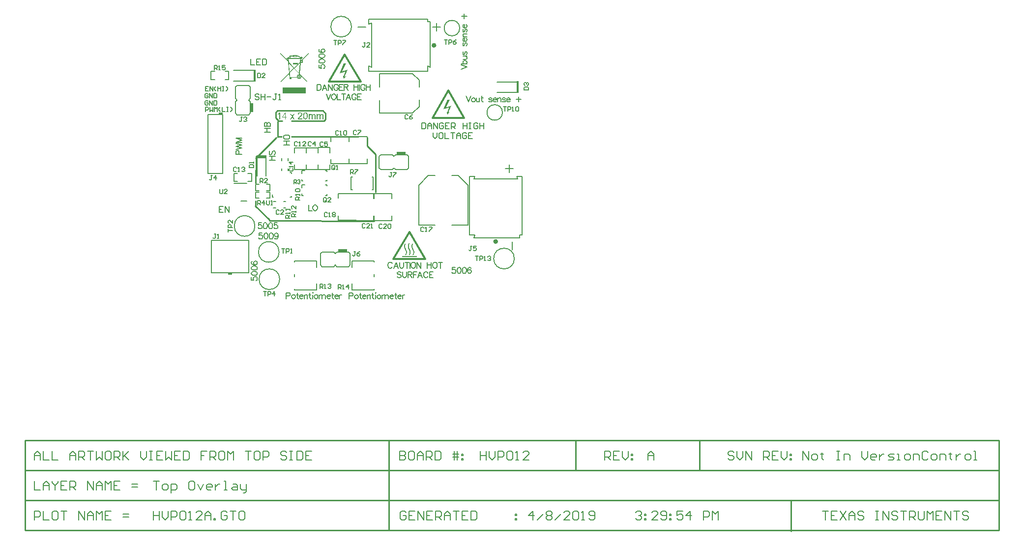
<source format=gto>
G04*
G04 #@! TF.GenerationSoftware,Altium Limited,Altium Designer,18.1.9 (240)*
G04*
G04 Layer_Color=65535*
%FSAX25Y25*%
%MOIN*%
G70*
G01*
G75*
%ADD10C,0.01575*%
%ADD11C,0.00787*%
%ADD12C,0.00748*%
%ADD13C,0.00541*%
%ADD14C,0.00799*%
%ADD15C,0.00700*%
%ADD16C,0.01000*%
%ADD17C,0.00800*%
%ADD18C,0.01400*%
%ADD19C,0.00500*%
%ADD20R,0.06800X0.02000*%
%ADD21R,0.01575X0.07874*%
%ADD22R,0.02756X0.01181*%
%ADD23R,0.01890X0.05906*%
%ADD24R,0.03000X0.01500*%
%ADD25R,0.05906X0.01890*%
G36*
X0232339Y0363409D02*
X0228085Y0359076D01*
X0228173Y0359076D01*
Y0357137D01*
X0226906D01*
X0226230Y0349881D01*
X0231233Y0344612D01*
X0230901Y0344297D01*
X0226269Y0349183D01*
X0226286Y0348883D01*
X0225620Y0349327D01*
X0225666Y0349819D01*
X0222390Y0353275D01*
X0219491Y0350323D01*
X0219729Y0347544D01*
X0224565D01*
Y0346988D01*
X0220475Y0346989D01*
Y0346151D01*
X0219444D01*
Y0346990D01*
X0219422Y0346993D01*
X0219356Y0347019D01*
X0219356Y0347019D01*
X0219331Y0347042D01*
X0219285Y0347094D01*
X0219245Y0347150D01*
X0219211Y0347210D01*
X0219197Y0347242D01*
X0219197Y0347242D01*
X0219197Y0347242D01*
X0218971Y0349793D01*
X0213518Y0344238D01*
X0213192Y0344559D01*
X0218919Y0350387D01*
X0218280Y0357610D01*
X0212853Y0363335D01*
Y0363969D01*
X0218217Y0358319D01*
X0218076Y0359917D01*
X0217435D01*
Y0360496D01*
X0218003D01*
X0218003Y0360497D01*
X0218004Y0360502D01*
Y0360502D01*
X0218007Y0360510D01*
X0218007Y0360510D01*
X0218007Y0360511D01*
X0218007Y0360511D01*
X0218007Y0360511D01*
X0218007Y0360512D01*
X0218007D01*
X0218041Y0360602D01*
X0218041Y0360602D01*
X0218041Y0360602D01*
X0218042Y0360602D01*
X0218042Y0360603D01*
X0218042Y0360603D01*
Y0360603D01*
X0218042Y0360603D01*
X0218042Y0360603D01*
X0218046Y0360613D01*
X0218046Y0360613D01*
X0218082Y0360697D01*
X0218082Y0360697D01*
X0218083Y0360698D01*
X0218083Y0360698D01*
X0218084Y0360699D01*
X0218084Y0360700D01*
X0218084D01*
X0218084Y0360700D01*
X0218232Y0360932D01*
X0218233Y0360932D01*
X0218233Y0360933D01*
X0218233Y0360934D01*
X0218234Y0360934D01*
X0218234Y0360935D01*
X0218235Y0360935D01*
Y0360935D01*
X0218235Y0360935D01*
X0218487Y0361206D01*
X0218487Y0361206D01*
X0218487Y0361206D01*
X0218487Y0361206D01*
X0218488Y0361206D01*
X0218488Y0361206D01*
X0218488Y0361206D01*
X0218488Y0361206D01*
X0218487Y0361206D01*
X0218488Y0361207D01*
X0218488D01*
X0218488Y0361206D01*
X0218488Y0361207D01*
D01*
X0218488Y0361207D01*
X0218488Y0361207D01*
X0218489Y0361208D01*
X0218490Y0361209D01*
X0218490Y0361209D01*
X0218490D01*
X0218801Y0361438D01*
X0218801Y0361438D01*
X0218802Y0361439D01*
X0218803Y0361439D01*
X0218803Y0361439D01*
X0218803Y0361440D01*
Y0361440D01*
X0218804Y0361440D01*
X0219070Y0361588D01*
X0219070Y0361588D01*
X0219070Y0361588D01*
X0219070Y0361588D01*
X0219070Y0361588D01*
X0219070Y0361588D01*
X0219071Y0361589D01*
X0219071Y0361589D01*
X0219071Y0361589D01*
X0219072Y0361589D01*
X0219072Y0361589D01*
Y0361589D01*
X0219072Y0361589D01*
X0219164Y0361631D01*
X0219164Y0361631D01*
X0219164Y0361631D01*
X0219164Y0361631D01*
X0219164Y0361631D01*
X0219164Y0361631D01*
X0219164Y0361631D01*
X0219164Y0361631D01*
X0219164D01*
X0219164Y0361631D01*
X0219164Y0361631D01*
X0219164Y0361631D01*
X0219164Y0361631D01*
X0219164Y0361631D01*
X0219169Y0361633D01*
X0219173Y0361633D01*
X0219173Y0361979D01*
X0220123D01*
Y0361922D01*
X0220247Y0361951D01*
X0220879Y0362057D01*
X0221507Y0362122D01*
X0221629Y0362129D01*
Y0362350D01*
X0224363D01*
Y0362089D01*
X0224365Y0362089D01*
X0224365Y0362089D01*
X0224365Y0362089D01*
X0224366Y0362089D01*
X0224365Y0362089D01*
D01*
X0224366Y0362089D01*
X0224366Y0362089D01*
D01*
X0224366Y0362089D01*
X0224366Y0362089D01*
X0224366Y0362089D01*
X0224366Y0362089D01*
X0224550Y0362066D01*
X0224551Y0362066D01*
X0224551Y0362066D01*
X0224551Y0362066D01*
X0224551Y0362066D01*
X0224551Y0362066D01*
X0224550Y0362066D01*
X0224551Y0362066D01*
X0224551Y0362066D01*
X0224551Y0362066D01*
X0224552Y0362066D01*
X0224552Y0362066D01*
X0225103Y0361966D01*
X0225103Y0361966D01*
X0225103Y0361966D01*
X0225104Y0361966D01*
X0225104Y0361966D01*
X0225105Y0361965D01*
X0225105Y0361965D01*
X0225802Y0361769D01*
X0225802Y0361769D01*
X0225802Y0361769D01*
X0225803Y0361769D01*
X0225804Y0361769D01*
X0225804Y0361768D01*
X0225805Y0361768D01*
X0225805Y0361768D01*
X0226412Y0361483D01*
X0226416Y0361481D01*
X0226416Y0361481D01*
X0226416Y0361481D01*
X0226416Y0361481D01*
X0226416Y0361481D01*
X0226412Y0361483D01*
X0226413Y0361483D01*
X0226413Y0361483D01*
X0226414Y0361482D01*
X0226415Y0361482D01*
X0226415Y0361481D01*
X0226416Y0361481D01*
X0226416Y0361481D01*
X0226416Y0361481D01*
X0226416Y0361481D01*
X0226416Y0361481D01*
X0226786Y0361206D01*
X0226786Y0361206D01*
X0226786Y0361206D01*
X0226786Y0361206D01*
X0226786Y0361206D01*
X0226788Y0361204D01*
X0226790Y0361202D01*
X0226790Y0361202D01*
X0226790Y0361202D01*
X0226790Y0361203D01*
X0226790Y0361203D01*
X0226788Y0361204D01*
X0226786Y0361206D01*
X0226786Y0361206D01*
X0226786Y0361206D01*
X0226786Y0361206D01*
X0226786Y0361206D01*
X0226786Y0361206D01*
X0226786Y0361206D01*
X0226787Y0361205D01*
X0226788Y0361204D01*
X0226789Y0361204D01*
X0226789Y0361203D01*
X0226790Y0361202D01*
X0226790Y0361202D01*
X0226887Y0361088D01*
X0226887Y0361088D01*
X0226887Y0361088D01*
X0226887Y0361088D01*
X0226887Y0361088D01*
Y0361088D01*
X0226888Y0361087D01*
X0226890Y0361085D01*
X0226891Y0361082D01*
X0226892Y0361080D01*
X0226892Y0361079D01*
X0226892Y0361078D01*
X0226892Y0361079D01*
Y0361079D01*
X0226887Y0361088D01*
X0226887Y0361088D01*
X0226892Y0361079D01*
X0226892Y0361078D01*
X0226892Y0361078D01*
X0227007Y0360501D01*
X0227007Y0360500D01*
X0227007Y0360500D01*
X0227007Y0360499D01*
X0227007Y0360498D01*
X0227008Y0360497D01*
Y0360496D01*
X0227365D01*
Y0359917D01*
X0227166D01*
X0227087Y0359076D01*
X0227457Y0359076D01*
X0232339Y0364043D01*
Y0363409D01*
D02*
G37*
G36*
X0254900Y0351300D02*
X0258700Y0352400D01*
X0256700Y0347800D01*
X0257500Y0348000D01*
X0255900Y0346200D01*
X0255600Y0348300D01*
X0256100Y0347900D01*
X0257100Y0351200D01*
X0253400Y0350000D01*
X0256100Y0356600D01*
X0257600D01*
X0254900Y0351300D01*
D02*
G37*
G36*
X0230274Y0336375D02*
X0214526D01*
Y0340313D01*
X0230274D01*
Y0336375D01*
D02*
G37*
G36*
X0325200Y0326900D02*
X0329000Y0328000D01*
X0327000Y0323400D01*
X0327800Y0323600D01*
X0326200Y0321800D01*
X0325900Y0323900D01*
X0326400Y0323500D01*
X0327400Y0326800D01*
X0323700Y0325600D01*
X0326400Y0332200D01*
X0327900D01*
X0325200Y0326900D01*
D02*
G37*
G36*
X0302950Y0234600D02*
X0303050D01*
Y0234500D01*
X0303150D01*
Y0234400D01*
Y0234300D01*
X0303050D01*
Y0234200D01*
Y0234100D01*
X0302950D01*
Y0234000D01*
X0302850D01*
Y0233900D01*
Y0233800D01*
Y0233700D01*
X0302750D01*
Y0233600D01*
Y0233500D01*
Y0233400D01*
X0302650D01*
Y0233300D01*
Y0233200D01*
Y0233100D01*
Y0233000D01*
Y0232900D01*
Y0232800D01*
Y0232700D01*
Y0232600D01*
Y0232500D01*
Y0232400D01*
Y0232300D01*
Y0232200D01*
Y0232100D01*
X0302750D01*
Y0232000D01*
Y0231900D01*
Y0231800D01*
X0302850D01*
Y0231700D01*
Y0231600D01*
Y0231500D01*
X0302950D01*
Y0231400D01*
Y0231300D01*
X0303050D01*
Y0231200D01*
Y0231100D01*
X0303150D01*
Y0231000D01*
Y0230900D01*
X0303250D01*
Y0230800D01*
Y0230700D01*
X0303350D01*
Y0230600D01*
Y0230500D01*
X0303450D01*
Y0230400D01*
Y0230300D01*
Y0230200D01*
X0303550D01*
Y0230100D01*
Y0230000D01*
X0303650D01*
Y0229900D01*
Y0229800D01*
Y0229700D01*
X0303750D01*
Y0229600D01*
Y0229500D01*
Y0229400D01*
X0303850D01*
Y0229300D01*
Y0229200D01*
Y0229100D01*
Y0229000D01*
Y0228900D01*
Y0228800D01*
Y0228700D01*
Y0228600D01*
Y0228500D01*
Y0228400D01*
Y0228300D01*
Y0228200D01*
Y0228100D01*
Y0228000D01*
X0303750D01*
Y0227900D01*
Y0227800D01*
Y0227700D01*
Y0227600D01*
X0303650D01*
Y0227500D01*
Y0227400D01*
X0303550D01*
Y0227300D01*
Y0227200D01*
X0303450D01*
Y0227100D01*
Y0227000D01*
X0303350D01*
Y0226900D01*
X0303100D01*
Y0226800D01*
X0302800D01*
Y0226900D01*
X0302700D01*
Y0227000D01*
X0302800D01*
Y0227100D01*
Y0227200D01*
X0302900D01*
Y0227300D01*
Y0227400D01*
X0303000D01*
Y0227500D01*
Y0227600D01*
X0303100D01*
Y0227700D01*
Y0227800D01*
Y0227900D01*
X0303200D01*
Y0228000D01*
Y0228100D01*
Y0228200D01*
Y0228300D01*
Y0228400D01*
Y0228500D01*
Y0228600D01*
Y0228700D01*
Y0228800D01*
Y0228900D01*
Y0229000D01*
Y0229100D01*
Y0229200D01*
Y0229300D01*
X0303100D01*
Y0229400D01*
Y0229500D01*
Y0229600D01*
X0303000D01*
Y0229700D01*
Y0229800D01*
Y0229900D01*
X0302900D01*
Y0230000D01*
Y0230100D01*
X0302800D01*
Y0230200D01*
Y0230300D01*
X0302700D01*
Y0230400D01*
Y0230500D01*
X0302600D01*
Y0230600D01*
Y0230700D01*
X0302500D01*
Y0230800D01*
Y0230900D01*
X0302400D01*
Y0231000D01*
Y0231100D01*
Y0231200D01*
X0302300D01*
Y0231300D01*
Y0231400D01*
X0302200D01*
Y0231500D01*
Y0231600D01*
Y0231700D01*
X0302100D01*
Y0231800D01*
Y0231900D01*
Y0232000D01*
Y0232100D01*
X0302000D01*
Y0232200D01*
Y0232300D01*
Y0232400D01*
Y0232500D01*
Y0232600D01*
Y0232700D01*
Y0232800D01*
Y0232900D01*
Y0233000D01*
Y0233100D01*
Y0233200D01*
Y0233300D01*
X0302100D01*
Y0233400D01*
Y0233500D01*
Y0233600D01*
Y0233700D01*
X0302200D01*
Y0233800D01*
Y0233900D01*
X0302300D01*
Y0234000D01*
Y0234100D01*
X0302400D01*
Y0234200D01*
Y0234300D01*
X0302500D01*
Y0234400D01*
X0302600D01*
Y0234500D01*
Y0234600D01*
X0302700D01*
Y0234500D01*
X0302850D01*
Y0234600D01*
Y0234700D01*
X0302950D01*
Y0234600D01*
D02*
G37*
G36*
X0300450D02*
X0300550D01*
Y0234500D01*
X0300650D01*
Y0234400D01*
Y0234300D01*
X0300550D01*
Y0234200D01*
Y0234100D01*
X0300450D01*
Y0234000D01*
X0300350D01*
Y0233900D01*
Y0233800D01*
Y0233700D01*
X0300250D01*
Y0233600D01*
Y0233500D01*
Y0233400D01*
X0300150D01*
Y0233300D01*
Y0233200D01*
Y0233100D01*
Y0233000D01*
Y0232900D01*
Y0232800D01*
Y0232700D01*
Y0232600D01*
Y0232500D01*
Y0232400D01*
Y0232300D01*
Y0232200D01*
Y0232100D01*
X0300250D01*
Y0232000D01*
Y0231900D01*
Y0231800D01*
X0300350D01*
Y0231700D01*
Y0231600D01*
Y0231500D01*
X0300450D01*
Y0231400D01*
Y0231300D01*
X0300550D01*
Y0231200D01*
Y0231100D01*
X0300650D01*
Y0231000D01*
Y0230900D01*
X0300750D01*
Y0230800D01*
Y0230700D01*
X0300850D01*
Y0230600D01*
Y0230500D01*
X0300950D01*
Y0230400D01*
Y0230300D01*
Y0230200D01*
X0301050D01*
Y0230100D01*
Y0230000D01*
X0301150D01*
Y0229900D01*
Y0229800D01*
Y0229700D01*
X0301250D01*
Y0229600D01*
Y0229500D01*
Y0229400D01*
X0301350D01*
Y0229300D01*
Y0229200D01*
Y0229100D01*
Y0229000D01*
Y0228900D01*
Y0228800D01*
Y0228700D01*
Y0228600D01*
Y0228500D01*
Y0228400D01*
Y0228300D01*
Y0228200D01*
Y0228100D01*
Y0228000D01*
X0301250D01*
Y0227900D01*
Y0227800D01*
Y0227700D01*
Y0227600D01*
X0301150D01*
Y0227500D01*
Y0227400D01*
X0301050D01*
Y0227300D01*
Y0227200D01*
X0300950D01*
Y0227100D01*
Y0227000D01*
X0300850D01*
Y0226900D01*
X0300600D01*
Y0226800D01*
X0300300D01*
Y0226900D01*
X0300200D01*
Y0227000D01*
X0300300D01*
Y0227100D01*
Y0227200D01*
X0300400D01*
Y0227300D01*
Y0227400D01*
X0300500D01*
Y0227500D01*
Y0227600D01*
X0300600D01*
Y0227700D01*
Y0227800D01*
Y0227900D01*
X0300700D01*
Y0228000D01*
Y0228100D01*
Y0228200D01*
Y0228300D01*
Y0228400D01*
Y0228500D01*
Y0228600D01*
Y0228700D01*
Y0228800D01*
Y0228900D01*
Y0229000D01*
Y0229100D01*
Y0229200D01*
Y0229300D01*
X0300600D01*
Y0229400D01*
Y0229500D01*
Y0229600D01*
X0300500D01*
Y0229700D01*
Y0229800D01*
Y0229900D01*
X0300400D01*
Y0230000D01*
Y0230100D01*
X0300300D01*
Y0230200D01*
Y0230300D01*
X0300200D01*
Y0230400D01*
Y0230500D01*
X0300100D01*
Y0230600D01*
Y0230700D01*
X0300000D01*
Y0230800D01*
Y0230900D01*
X0299900D01*
Y0231000D01*
Y0231100D01*
Y0231200D01*
X0299800D01*
Y0231300D01*
Y0231400D01*
X0299700D01*
Y0231500D01*
Y0231600D01*
Y0231700D01*
X0299600D01*
Y0231800D01*
Y0231900D01*
Y0232000D01*
Y0232100D01*
X0299500D01*
Y0232200D01*
Y0232300D01*
Y0232400D01*
Y0232500D01*
Y0232600D01*
Y0232700D01*
Y0232800D01*
Y0232900D01*
Y0233000D01*
Y0233100D01*
Y0233200D01*
Y0233300D01*
X0299600D01*
Y0233400D01*
Y0233500D01*
Y0233600D01*
Y0233700D01*
X0299700D01*
Y0233800D01*
Y0233900D01*
X0299800D01*
Y0234000D01*
Y0234100D01*
X0299900D01*
Y0234200D01*
Y0234300D01*
X0300000D01*
Y0234400D01*
X0300100D01*
Y0234500D01*
Y0234600D01*
X0300200D01*
Y0234500D01*
X0300350D01*
Y0234600D01*
Y0234700D01*
X0300450D01*
Y0234600D01*
D02*
G37*
G36*
X0297950D02*
X0298050D01*
Y0234500D01*
X0298150D01*
Y0234400D01*
Y0234300D01*
X0298050D01*
Y0234200D01*
Y0234100D01*
X0297950D01*
Y0234000D01*
X0297850D01*
Y0233900D01*
Y0233800D01*
Y0233700D01*
X0297750D01*
Y0233600D01*
Y0233500D01*
Y0233400D01*
X0297650D01*
Y0233300D01*
Y0233200D01*
Y0233100D01*
Y0233000D01*
Y0232900D01*
Y0232800D01*
Y0232700D01*
Y0232600D01*
Y0232500D01*
Y0232400D01*
Y0232300D01*
Y0232200D01*
Y0232100D01*
X0297750D01*
Y0232000D01*
Y0231900D01*
Y0231800D01*
X0297850D01*
Y0231700D01*
Y0231600D01*
Y0231500D01*
X0297950D01*
Y0231400D01*
Y0231300D01*
X0298050D01*
Y0231200D01*
Y0231100D01*
X0298150D01*
Y0231000D01*
Y0230900D01*
X0298250D01*
Y0230800D01*
Y0230700D01*
X0298350D01*
Y0230600D01*
Y0230500D01*
X0298450D01*
Y0230400D01*
Y0230300D01*
Y0230200D01*
X0298550D01*
Y0230100D01*
Y0230000D01*
X0298650D01*
Y0229900D01*
Y0229800D01*
Y0229700D01*
X0298750D01*
Y0229600D01*
Y0229500D01*
Y0229400D01*
X0298850D01*
Y0229300D01*
Y0229200D01*
Y0229100D01*
Y0229000D01*
Y0228900D01*
Y0228800D01*
Y0228700D01*
Y0228600D01*
Y0228500D01*
Y0228400D01*
Y0228300D01*
Y0228200D01*
Y0228100D01*
Y0228000D01*
X0298750D01*
Y0227900D01*
Y0227800D01*
Y0227700D01*
Y0227600D01*
X0298650D01*
Y0227500D01*
Y0227400D01*
X0298550D01*
Y0227300D01*
Y0227200D01*
X0298450D01*
Y0227100D01*
Y0227000D01*
X0298350D01*
Y0226900D01*
X0298100D01*
Y0226800D01*
X0297800D01*
Y0226900D01*
X0297700D01*
Y0227000D01*
X0297800D01*
Y0227100D01*
Y0227200D01*
X0297900D01*
Y0227300D01*
Y0227400D01*
X0298000D01*
Y0227500D01*
Y0227600D01*
X0298100D01*
Y0227700D01*
Y0227800D01*
Y0227900D01*
X0298200D01*
Y0228000D01*
Y0228100D01*
Y0228200D01*
Y0228300D01*
Y0228400D01*
Y0228500D01*
Y0228600D01*
Y0228700D01*
Y0228800D01*
Y0228900D01*
Y0229000D01*
Y0229100D01*
Y0229200D01*
Y0229300D01*
X0298100D01*
Y0229400D01*
Y0229500D01*
Y0229600D01*
X0298000D01*
Y0229700D01*
Y0229800D01*
Y0229900D01*
X0297900D01*
Y0230000D01*
Y0230100D01*
X0297800D01*
Y0230200D01*
Y0230300D01*
X0297700D01*
Y0230400D01*
Y0230500D01*
X0297600D01*
Y0230600D01*
Y0230700D01*
X0297500D01*
Y0230800D01*
Y0230900D01*
X0297400D01*
Y0231000D01*
Y0231100D01*
Y0231200D01*
X0297300D01*
Y0231300D01*
Y0231400D01*
X0297200D01*
Y0231500D01*
Y0231600D01*
Y0231700D01*
X0297100D01*
Y0231800D01*
Y0231900D01*
Y0232000D01*
Y0232100D01*
X0297000D01*
Y0232200D01*
Y0232300D01*
Y0232400D01*
Y0232500D01*
Y0232600D01*
Y0232700D01*
Y0232800D01*
Y0232900D01*
Y0233000D01*
Y0233100D01*
Y0233200D01*
Y0233300D01*
X0297100D01*
Y0233400D01*
Y0233500D01*
Y0233600D01*
Y0233700D01*
X0297200D01*
Y0233800D01*
Y0233900D01*
X0297300D01*
Y0234000D01*
Y0234100D01*
X0297400D01*
Y0234200D01*
Y0234300D01*
X0297500D01*
Y0234400D01*
X0297600D01*
Y0234500D01*
Y0234600D01*
X0297700D01*
Y0234500D01*
X0297850D01*
Y0234600D01*
Y0234700D01*
X0297950D01*
Y0234600D01*
D02*
G37*
G36*
X0305500Y0225400D02*
X0295500D01*
Y0226100D01*
X0305500D01*
Y0225400D01*
D02*
G37*
G36*
X0241368Y0322351D02*
X0241415D01*
X0241463Y0322344D01*
X0241577Y0322324D01*
X0241699Y0322290D01*
X0241827Y0322236D01*
X0241955Y0322169D01*
X0242062Y0322074D01*
X0242076Y0322061D01*
X0242103Y0322021D01*
X0242150Y0321960D01*
X0242170Y0321913D01*
X0242197Y0321866D01*
X0242224Y0321805D01*
X0242244Y0321744D01*
X0242271Y0321677D01*
X0242292Y0321596D01*
X0242305Y0321515D01*
X0242319Y0321421D01*
X0242332Y0321326D01*
Y0321218D01*
Y0318900D01*
X0241759D01*
Y0321023D01*
Y0321030D01*
Y0321037D01*
Y0321077D01*
Y0321138D01*
X0241752Y0321212D01*
X0241746Y0321293D01*
X0241739Y0321374D01*
X0241725Y0321454D01*
X0241705Y0321515D01*
Y0321522D01*
X0241692Y0321542D01*
X0241678Y0321569D01*
X0241658Y0321603D01*
X0241631Y0321643D01*
X0241597Y0321684D01*
X0241557Y0321724D01*
X0241503Y0321764D01*
X0241496Y0321771D01*
X0241476Y0321778D01*
X0241449Y0321791D01*
X0241402Y0321812D01*
X0241355Y0321832D01*
X0241294Y0321845D01*
X0241233Y0321852D01*
X0241159Y0321859D01*
X0241126D01*
X0241099Y0321852D01*
X0241031Y0321845D01*
X0240950Y0321832D01*
X0240856Y0321798D01*
X0240755Y0321758D01*
X0240654Y0321697D01*
X0240559Y0321616D01*
X0240553Y0321603D01*
X0240526Y0321569D01*
X0240485Y0321515D01*
X0240445Y0321434D01*
X0240398Y0321326D01*
X0240364Y0321198D01*
X0240337Y0321043D01*
X0240323Y0320861D01*
Y0318900D01*
X0239751D01*
Y0321090D01*
Y0321097D01*
Y0321111D01*
Y0321124D01*
Y0321151D01*
X0239744Y0321225D01*
X0239730Y0321306D01*
X0239717Y0321400D01*
X0239690Y0321495D01*
X0239656Y0321582D01*
X0239609Y0321663D01*
X0239602Y0321670D01*
X0239582Y0321697D01*
X0239548Y0321724D01*
X0239501Y0321764D01*
X0239441Y0321798D01*
X0239360Y0321832D01*
X0239265Y0321852D01*
X0239151Y0321859D01*
X0239110D01*
X0239063Y0321852D01*
X0239009Y0321845D01*
X0238942Y0321825D01*
X0238861Y0321805D01*
X0238787Y0321771D01*
X0238706Y0321731D01*
X0238699Y0321724D01*
X0238672Y0321704D01*
X0238638Y0321677D01*
X0238591Y0321636D01*
X0238544Y0321582D01*
X0238497Y0321515D01*
X0238450Y0321441D01*
X0238409Y0321353D01*
X0238403Y0321340D01*
X0238396Y0321306D01*
X0238382Y0321252D01*
X0238362Y0321178D01*
X0238342Y0321077D01*
X0238329Y0320956D01*
X0238322Y0320814D01*
X0238315Y0320652D01*
Y0318900D01*
X0237742D01*
Y0322283D01*
X0238254D01*
Y0321798D01*
X0238261Y0321812D01*
X0238281Y0321838D01*
X0238322Y0321886D01*
X0238369Y0321940D01*
X0238430Y0322007D01*
X0238504Y0322074D01*
X0238585Y0322142D01*
X0238679Y0322202D01*
X0238692Y0322209D01*
X0238726Y0322230D01*
X0238780Y0322250D01*
X0238854Y0322283D01*
X0238942Y0322310D01*
X0239043Y0322331D01*
X0239158Y0322351D01*
X0239279Y0322358D01*
X0239339D01*
X0239414Y0322351D01*
X0239494Y0322337D01*
X0239596Y0322317D01*
X0239697Y0322290D01*
X0239798Y0322250D01*
X0239892Y0322196D01*
X0239906Y0322189D01*
X0239933Y0322169D01*
X0239973Y0322135D01*
X0240027Y0322081D01*
X0240081Y0322021D01*
X0240142Y0321946D01*
X0240195Y0321859D01*
X0240236Y0321758D01*
X0240243Y0321764D01*
X0240256Y0321785D01*
X0240276Y0321812D01*
X0240310Y0321852D01*
X0240351Y0321899D01*
X0240398Y0321946D01*
X0240452Y0322000D01*
X0240519Y0322061D01*
X0240593Y0322115D01*
X0240667Y0322169D01*
X0240755Y0322216D01*
X0240849Y0322263D01*
X0240950Y0322304D01*
X0241058Y0322331D01*
X0241166Y0322351D01*
X0241287Y0322358D01*
X0241335D01*
X0241368Y0322351D01*
D02*
G37*
G36*
X0235936D02*
X0235983D01*
X0236030Y0322344D01*
X0236145Y0322324D01*
X0236266Y0322290D01*
X0236394Y0322236D01*
X0236522Y0322169D01*
X0236630Y0322074D01*
X0236644Y0322061D01*
X0236670Y0322021D01*
X0236718Y0321960D01*
X0236738Y0321913D01*
X0236765Y0321866D01*
X0236792Y0321805D01*
X0236812Y0321744D01*
X0236839Y0321677D01*
X0236859Y0321596D01*
X0236873Y0321515D01*
X0236886Y0321421D01*
X0236900Y0321326D01*
Y0321218D01*
Y0318900D01*
X0236327D01*
Y0321023D01*
Y0321030D01*
Y0321037D01*
Y0321077D01*
Y0321138D01*
X0236320Y0321212D01*
X0236313Y0321293D01*
X0236307Y0321374D01*
X0236293Y0321454D01*
X0236273Y0321515D01*
Y0321522D01*
X0236259Y0321542D01*
X0236246Y0321569D01*
X0236226Y0321603D01*
X0236199Y0321643D01*
X0236165Y0321684D01*
X0236124Y0321724D01*
X0236071Y0321764D01*
X0236064Y0321771D01*
X0236044Y0321778D01*
X0236017Y0321791D01*
X0235969Y0321812D01*
X0235922Y0321832D01*
X0235862Y0321845D01*
X0235801Y0321852D01*
X0235727Y0321859D01*
X0235693D01*
X0235666Y0321852D01*
X0235599Y0321845D01*
X0235518Y0321832D01*
X0235424Y0321798D01*
X0235322Y0321758D01*
X0235221Y0321697D01*
X0235127Y0321616D01*
X0235120Y0321603D01*
X0235093Y0321569D01*
X0235053Y0321515D01*
X0235012Y0321434D01*
X0234965Y0321326D01*
X0234931Y0321198D01*
X0234905Y0321043D01*
X0234891Y0320861D01*
Y0318900D01*
X0234318D01*
Y0321090D01*
Y0321097D01*
Y0321111D01*
Y0321124D01*
Y0321151D01*
X0234312Y0321225D01*
X0234298Y0321306D01*
X0234284Y0321400D01*
X0234258Y0321495D01*
X0234224Y0321582D01*
X0234177Y0321663D01*
X0234170Y0321670D01*
X0234150Y0321697D01*
X0234116Y0321724D01*
X0234069Y0321764D01*
X0234008Y0321798D01*
X0233927Y0321832D01*
X0233833Y0321852D01*
X0233718Y0321859D01*
X0233678D01*
X0233631Y0321852D01*
X0233577Y0321845D01*
X0233509Y0321825D01*
X0233429Y0321805D01*
X0233354Y0321771D01*
X0233274Y0321731D01*
X0233267Y0321724D01*
X0233240Y0321704D01*
X0233206Y0321677D01*
X0233159Y0321636D01*
X0233112Y0321582D01*
X0233065Y0321515D01*
X0233017Y0321441D01*
X0232977Y0321353D01*
X0232970Y0321340D01*
X0232963Y0321306D01*
X0232950Y0321252D01*
X0232930Y0321178D01*
X0232909Y0321077D01*
X0232896Y0320956D01*
X0232889Y0320814D01*
X0232883Y0320652D01*
Y0318900D01*
X0232310D01*
Y0322283D01*
X0232822D01*
Y0321798D01*
X0232829Y0321812D01*
X0232849Y0321838D01*
X0232889Y0321886D01*
X0232937Y0321940D01*
X0232997Y0322007D01*
X0233071Y0322074D01*
X0233152Y0322142D01*
X0233246Y0322202D01*
X0233260Y0322209D01*
X0233294Y0322230D01*
X0233348Y0322250D01*
X0233422Y0322283D01*
X0233509Y0322310D01*
X0233611Y0322331D01*
X0233725Y0322351D01*
X0233846Y0322358D01*
X0233907D01*
X0233981Y0322351D01*
X0234062Y0322337D01*
X0234163Y0322317D01*
X0234264Y0322290D01*
X0234365Y0322250D01*
X0234460Y0322196D01*
X0234473Y0322189D01*
X0234500Y0322169D01*
X0234541Y0322135D01*
X0234594Y0322081D01*
X0234648Y0322021D01*
X0234709Y0321946D01*
X0234763Y0321859D01*
X0234804Y0321758D01*
X0234810Y0321764D01*
X0234824Y0321785D01*
X0234844Y0321812D01*
X0234878Y0321852D01*
X0234918Y0321899D01*
X0234965Y0321946D01*
X0235019Y0322000D01*
X0235087Y0322061D01*
X0235161Y0322115D01*
X0235235Y0322169D01*
X0235322Y0322216D01*
X0235417Y0322263D01*
X0235518Y0322304D01*
X0235626Y0322331D01*
X0235734Y0322351D01*
X0235855Y0322358D01*
X0235902D01*
X0235936Y0322351D01*
D02*
G37*
G36*
X0221532Y0320652D02*
X0222766Y0318900D01*
X0222065D01*
X0221364Y0319945D01*
X0221202Y0320194D01*
X0220292Y0318900D01*
X0219598D01*
X0220831Y0320652D01*
X0219692Y0322283D01*
X0220393D01*
X0220926Y0321481D01*
X0220933Y0321475D01*
X0220953Y0321448D01*
X0220980Y0321400D01*
X0221013Y0321353D01*
X0221047Y0321293D01*
X0221088Y0321232D01*
X0221128Y0321171D01*
X0221162Y0321111D01*
X0221168Y0321117D01*
X0221189Y0321144D01*
X0221216Y0321185D01*
X0221249Y0321232D01*
X0221290Y0321293D01*
X0221330Y0321353D01*
X0221418Y0321481D01*
X0221991Y0322283D01*
X0222685D01*
X0221532Y0320652D01*
D02*
G37*
G36*
X0226560Y0323577D02*
X0226614Y0323571D01*
X0226682Y0323564D01*
X0226756Y0323551D01*
X0226830Y0323537D01*
X0227005Y0323490D01*
X0227181Y0323422D01*
X0227268Y0323382D01*
X0227356Y0323335D01*
X0227437Y0323274D01*
X0227511Y0323207D01*
X0227518Y0323200D01*
X0227531Y0323193D01*
X0227544Y0323166D01*
X0227572Y0323139D01*
X0227605Y0323106D01*
X0227639Y0323059D01*
X0227673Y0323011D01*
X0227713Y0322951D01*
X0227780Y0322823D01*
X0227848Y0322661D01*
X0227875Y0322580D01*
X0227888Y0322486D01*
X0227902Y0322391D01*
X0227908Y0322290D01*
Y0322277D01*
Y0322243D01*
X0227902Y0322189D01*
X0227895Y0322115D01*
X0227882Y0322034D01*
X0227854Y0321940D01*
X0227828Y0321838D01*
X0227787Y0321737D01*
X0227780Y0321724D01*
X0227767Y0321690D01*
X0227740Y0321636D01*
X0227699Y0321562D01*
X0227646Y0321481D01*
X0227578Y0321380D01*
X0227497Y0321279D01*
X0227403Y0321164D01*
X0227390Y0321151D01*
X0227356Y0321111D01*
X0227322Y0321077D01*
X0227288Y0321043D01*
X0227248Y0321003D01*
X0227194Y0320949D01*
X0227140Y0320895D01*
X0227073Y0320834D01*
X0227005Y0320767D01*
X0226924Y0320693D01*
X0226837Y0320619D01*
X0226742Y0320531D01*
X0226635Y0320443D01*
X0226527Y0320349D01*
X0226520Y0320342D01*
X0226506Y0320329D01*
X0226480Y0320309D01*
X0226446Y0320282D01*
X0226405Y0320241D01*
X0226358Y0320201D01*
X0226250Y0320113D01*
X0226136Y0320012D01*
X0226028Y0319911D01*
X0225934Y0319823D01*
X0225893Y0319790D01*
X0225859Y0319756D01*
X0225853Y0319749D01*
X0225833Y0319729D01*
X0225806Y0319702D01*
X0225772Y0319661D01*
X0225738Y0319614D01*
X0225698Y0319567D01*
X0225617Y0319453D01*
X0227915D01*
Y0318900D01*
X0224821D01*
Y0318907D01*
Y0318934D01*
Y0318974D01*
X0224828Y0319028D01*
X0224835Y0319089D01*
X0224849Y0319156D01*
X0224862Y0319223D01*
X0224889Y0319298D01*
Y0319304D01*
X0224896Y0319311D01*
X0224909Y0319352D01*
X0224936Y0319412D01*
X0224977Y0319493D01*
X0225030Y0319587D01*
X0225098Y0319695D01*
X0225172Y0319803D01*
X0225266Y0319918D01*
Y0319924D01*
X0225280Y0319931D01*
X0225314Y0319972D01*
X0225374Y0320032D01*
X0225462Y0320120D01*
X0225563Y0320221D01*
X0225691Y0320342D01*
X0225846Y0320477D01*
X0226014Y0320619D01*
X0226021Y0320625D01*
X0226048Y0320646D01*
X0226089Y0320679D01*
X0226136Y0320720D01*
X0226197Y0320774D01*
X0226271Y0320834D01*
X0226345Y0320902D01*
X0226432Y0320976D01*
X0226601Y0321138D01*
X0226769Y0321299D01*
X0226850Y0321380D01*
X0226924Y0321461D01*
X0226992Y0321535D01*
X0227046Y0321609D01*
Y0321616D01*
X0227059Y0321623D01*
X0227073Y0321643D01*
X0227086Y0321670D01*
X0227133Y0321744D01*
X0227187Y0321832D01*
X0227235Y0321940D01*
X0227282Y0322054D01*
X0227309Y0322182D01*
X0227322Y0322304D01*
Y0322310D01*
Y0322317D01*
X0227315Y0322358D01*
X0227309Y0322425D01*
X0227288Y0322499D01*
X0227261Y0322593D01*
X0227214Y0322688D01*
X0227154Y0322782D01*
X0227073Y0322877D01*
X0227059Y0322890D01*
X0227026Y0322917D01*
X0226978Y0322951D01*
X0226904Y0322998D01*
X0226810Y0323038D01*
X0226702Y0323079D01*
X0226574Y0323106D01*
X0226432Y0323112D01*
X0226392D01*
X0226365Y0323106D01*
X0226284Y0323099D01*
X0226190Y0323079D01*
X0226089Y0323052D01*
X0225974Y0323005D01*
X0225866Y0322944D01*
X0225765Y0322863D01*
X0225752Y0322849D01*
X0225725Y0322816D01*
X0225684Y0322762D01*
X0225644Y0322681D01*
X0225597Y0322587D01*
X0225556Y0322465D01*
X0225529Y0322331D01*
X0225516Y0322176D01*
X0224929Y0322236D01*
Y0322243D01*
X0224936Y0322263D01*
Y0322297D01*
X0224943Y0322344D01*
X0224956Y0322398D01*
X0224970Y0322459D01*
X0224990Y0322533D01*
X0225010Y0322607D01*
X0225064Y0322769D01*
X0225145Y0322930D01*
X0225192Y0323011D01*
X0225253Y0323092D01*
X0225314Y0323166D01*
X0225381Y0323234D01*
X0225388Y0323240D01*
X0225401Y0323247D01*
X0225421Y0323267D01*
X0225455Y0323288D01*
X0225496Y0323315D01*
X0225543Y0323342D01*
X0225597Y0323375D01*
X0225664Y0323409D01*
X0225738Y0323443D01*
X0225819Y0323476D01*
X0225907Y0323503D01*
X0226001Y0323530D01*
X0226102Y0323551D01*
X0226210Y0323571D01*
X0226325Y0323577D01*
X0226446Y0323584D01*
X0226513D01*
X0226560Y0323577D01*
D02*
G37*
G36*
X0216794Y0320545D02*
X0217428D01*
Y0320019D01*
X0216794D01*
Y0318900D01*
X0216221D01*
Y0320019D01*
X0214193D01*
Y0320545D01*
X0216329Y0323564D01*
X0216794D01*
Y0320545D01*
D02*
G37*
G36*
X0212919Y0318900D02*
X0212346D01*
Y0322546D01*
X0212339Y0322539D01*
X0212305Y0322513D01*
X0212265Y0322472D01*
X0212197Y0322425D01*
X0212123Y0322364D01*
X0212029Y0322297D01*
X0211921Y0322223D01*
X0211800Y0322149D01*
X0211793D01*
X0211786Y0322142D01*
X0211746Y0322115D01*
X0211679Y0322081D01*
X0211598Y0322041D01*
X0211503Y0321994D01*
X0211402Y0321946D01*
X0211301Y0321899D01*
X0211200Y0321859D01*
Y0322411D01*
X0211207D01*
X0211220Y0322425D01*
X0211247Y0322432D01*
X0211281Y0322452D01*
X0211321Y0322472D01*
X0211368Y0322499D01*
X0211483Y0322567D01*
X0211618Y0322641D01*
X0211753Y0322735D01*
X0211894Y0322843D01*
X0212036Y0322957D01*
X0212042Y0322964D01*
X0212049Y0322971D01*
X0212070Y0322991D01*
X0212096Y0323011D01*
X0212157Y0323079D01*
X0212238Y0323160D01*
X0212319Y0323254D01*
X0212406Y0323362D01*
X0212481Y0323470D01*
X0212548Y0323584D01*
X0212919D01*
Y0318900D01*
D02*
G37*
G36*
X0230187Y0323577D02*
X0230274Y0323564D01*
X0230375Y0323544D01*
X0230483Y0323517D01*
X0230598Y0323483D01*
X0230706Y0323429D01*
X0230712D01*
X0230719Y0323422D01*
X0230753Y0323402D01*
X0230807Y0323369D01*
X0230874Y0323321D01*
X0230948Y0323254D01*
X0231029Y0323180D01*
X0231103Y0323092D01*
X0231177Y0322991D01*
X0231184Y0322978D01*
X0231211Y0322944D01*
X0231238Y0322883D01*
X0231285Y0322796D01*
X0231326Y0322694D01*
X0231380Y0322580D01*
X0231427Y0322445D01*
X0231467Y0322297D01*
Y0322290D01*
X0231474Y0322277D01*
X0231481Y0322256D01*
X0231487Y0322223D01*
X0231494Y0322182D01*
X0231501Y0322135D01*
X0231514Y0322074D01*
X0231521Y0322007D01*
X0231535Y0321933D01*
X0231541Y0321852D01*
X0231548Y0321758D01*
X0231561Y0321663D01*
X0231568Y0321555D01*
Y0321448D01*
X0231575Y0321326D01*
Y0321198D01*
Y0321192D01*
Y0321164D01*
Y0321117D01*
Y0321063D01*
X0231568Y0320989D01*
Y0320908D01*
X0231561Y0320821D01*
X0231555Y0320726D01*
X0231535Y0320511D01*
X0231501Y0320288D01*
X0231460Y0320073D01*
X0231434Y0319972D01*
X0231400Y0319870D01*
Y0319864D01*
X0231393Y0319850D01*
X0231380Y0319823D01*
X0231366Y0319790D01*
X0231353Y0319742D01*
X0231326Y0319695D01*
X0231272Y0319581D01*
X0231204Y0319459D01*
X0231117Y0319324D01*
X0231016Y0319203D01*
X0230894Y0319089D01*
X0230888D01*
X0230881Y0319075D01*
X0230861Y0319062D01*
X0230834Y0319048D01*
X0230800Y0319028D01*
X0230766Y0319001D01*
X0230665Y0318954D01*
X0230544Y0318907D01*
X0230402Y0318860D01*
X0230234Y0318832D01*
X0230052Y0318819D01*
X0229984D01*
X0229937Y0318826D01*
X0229883Y0318832D01*
X0229816Y0318846D01*
X0229742Y0318860D01*
X0229661Y0318880D01*
X0229580Y0318907D01*
X0229492Y0318934D01*
X0229405Y0318974D01*
X0229317Y0319021D01*
X0229229Y0319075D01*
X0229142Y0319143D01*
X0229061Y0319217D01*
X0228987Y0319298D01*
X0228980Y0319304D01*
X0228967Y0319324D01*
X0228946Y0319358D01*
X0228913Y0319412D01*
X0228879Y0319473D01*
X0228845Y0319554D01*
X0228798Y0319648D01*
X0228758Y0319756D01*
X0228717Y0319877D01*
X0228677Y0320019D01*
X0228636Y0320174D01*
X0228603Y0320349D01*
X0228569Y0320538D01*
X0228549Y0320740D01*
X0228535Y0320962D01*
X0228528Y0321198D01*
Y0321205D01*
Y0321232D01*
Y0321279D01*
Y0321333D01*
X0228535Y0321407D01*
Y0321488D01*
X0228542Y0321576D01*
X0228549Y0321677D01*
X0228569Y0321886D01*
X0228603Y0322108D01*
X0228643Y0322331D01*
X0228670Y0322432D01*
X0228697Y0322533D01*
Y0322539D01*
X0228704Y0322553D01*
X0228717Y0322580D01*
X0228731Y0322614D01*
X0228744Y0322661D01*
X0228771Y0322708D01*
X0228825Y0322823D01*
X0228892Y0322944D01*
X0228980Y0323072D01*
X0229081Y0323200D01*
X0229203Y0323308D01*
X0229209D01*
X0229216Y0323321D01*
X0229236Y0323335D01*
X0229263Y0323348D01*
X0229297Y0323375D01*
X0229337Y0323395D01*
X0229438Y0323449D01*
X0229560Y0323497D01*
X0229701Y0323544D01*
X0229870Y0323571D01*
X0230052Y0323584D01*
X0230112D01*
X0230187Y0323577D01*
D02*
G37*
%LPC*%
G36*
X0223807Y0361794D02*
X0222185D01*
Y0361539D01*
X0223807D01*
Y0361794D01*
D02*
G37*
G36*
X0226790Y0361202D02*
X0226790Y0361202D01*
X0226790Y0361202D01*
Y0361202D01*
X0226790Y0361202D01*
D02*
G37*
G36*
X0221629Y0361560D02*
X0221508Y0361551D01*
X0220877Y0361481D01*
X0220245Y0361371D01*
X0220123Y0361342D01*
Y0360496D01*
X0226562D01*
X0226520Y0360596D01*
X0226256Y0360871D01*
X0225739Y0361156D01*
X0225084Y0361355D01*
X0224542Y0361457D01*
X0224363Y0361480D01*
X0224363Y0360982D01*
X0221629D01*
Y0361539D01*
Y0361560D01*
D02*
G37*
G36*
X0219173Y0360978D02*
X0219121Y0360950D01*
X0218857Y0360758D01*
X0218663Y0360535D01*
X0218643Y0360496D01*
X0219173D01*
X0219173Y0360978D01*
D02*
G37*
G36*
X0227686Y0358576D02*
X0227594D01*
X0227447Y0358426D01*
X0226983Y0357953D01*
X0226953Y0357637D01*
X0227686D01*
Y0358576D01*
D02*
G37*
G36*
X0226607Y0359917D02*
X0218669D01*
X0218864Y0357638D01*
X0222393Y0353922D01*
X0224482Y0356048D01*
X0221536D01*
Y0357160D01*
X0224942D01*
X0224942Y0356517D01*
X0226286Y0357884D01*
Y0359076D01*
X0226529Y0359076D01*
X0226607Y0359917D01*
X0226607Y0359917D01*
D02*
G37*
G36*
X0218925Y0356930D02*
X0219440Y0350918D01*
X0222079Y0353603D01*
X0218925Y0356930D01*
D02*
G37*
G36*
X0226286Y0357244D02*
X0222704Y0353595D01*
X0225722Y0350416D01*
X0226348Y0357137D01*
X0226286D01*
Y0357244D01*
D02*
G37*
G36*
X0216221Y0322634D02*
X0214752Y0320545D01*
X0216221D01*
Y0322634D01*
D02*
G37*
G36*
X0230045Y0323112D02*
X0230005D01*
X0229978Y0323106D01*
X0229904Y0323092D01*
X0229816Y0323072D01*
X0229715Y0323031D01*
X0229607Y0322971D01*
X0229553Y0322930D01*
X0229499Y0322890D01*
X0229452Y0322836D01*
X0229405Y0322775D01*
Y0322769D01*
X0229391Y0322755D01*
X0229378Y0322728D01*
X0229358Y0322694D01*
X0229337Y0322641D01*
X0229310Y0322580D01*
X0229290Y0322506D01*
X0229263Y0322418D01*
X0229236Y0322317D01*
X0229209Y0322202D01*
X0229182Y0322074D01*
X0229162Y0321933D01*
X0229142Y0321771D01*
X0229128Y0321596D01*
X0229122Y0321407D01*
X0229115Y0321198D01*
Y0321185D01*
Y0321151D01*
Y0321090D01*
X0229122Y0321009D01*
Y0320922D01*
X0229128Y0320814D01*
X0229135Y0320700D01*
X0229149Y0320578D01*
X0229182Y0320315D01*
X0229203Y0320187D01*
X0229229Y0320066D01*
X0229257Y0319951D01*
X0229297Y0319844D01*
X0229337Y0319749D01*
X0229384Y0319668D01*
Y0319661D01*
X0229398Y0319655D01*
X0229432Y0319608D01*
X0229492Y0319547D01*
X0229567Y0319479D01*
X0229668Y0319412D01*
X0229782Y0319352D01*
X0229910Y0319304D01*
X0229978Y0319298D01*
X0230052Y0319291D01*
X0230092D01*
X0230119Y0319298D01*
X0230187Y0319311D01*
X0230281Y0319338D01*
X0230382Y0319385D01*
X0230497Y0319453D01*
X0230551Y0319493D01*
X0230605Y0319547D01*
X0230658Y0319601D01*
X0230712Y0319668D01*
Y0319675D01*
X0230726Y0319689D01*
X0230739Y0319709D01*
X0230753Y0319742D01*
X0230780Y0319790D01*
X0230800Y0319850D01*
X0230827Y0319918D01*
X0230854Y0319999D01*
X0230874Y0320100D01*
X0230901Y0320208D01*
X0230928Y0320336D01*
X0230948Y0320470D01*
X0230962Y0320632D01*
X0230975Y0320801D01*
X0230989Y0320989D01*
Y0321198D01*
Y0321205D01*
Y0321212D01*
Y0321245D01*
Y0321306D01*
X0230982Y0321387D01*
Y0321475D01*
X0230975Y0321582D01*
X0230968Y0321697D01*
X0230955Y0321825D01*
X0230921Y0322081D01*
X0230901Y0322209D01*
X0230874Y0322331D01*
X0230847Y0322445D01*
X0230807Y0322553D01*
X0230766Y0322647D01*
X0230719Y0322728D01*
Y0322735D01*
X0230706Y0322742D01*
X0230692Y0322762D01*
X0230672Y0322789D01*
X0230611Y0322849D01*
X0230537Y0322924D01*
X0230436Y0322991D01*
X0230321Y0323052D01*
X0230261Y0323079D01*
X0230193Y0323099D01*
X0230119Y0323106D01*
X0230045Y0323112D01*
D02*
G37*
%LPD*%
G54D10*
X0318028Y0369000D02*
G03*
X0318028Y0369000I-0000787J0000000D01*
G01*
X0359787Y0235959D02*
G03*
X0359787Y0235959I-0000787J0000000D01*
G01*
G54D11*
X0227030Y0347765D02*
G03*
X0227030Y0347765I-0001221J0000000D01*
G01*
X0215258Y0258634D02*
X0216734D01*
X0208466D02*
X0209943D01*
X0215258Y0262965D02*
X0216734D01*
X0208466D02*
X0209943D01*
X0218165Y0290857D02*
Y0292334D01*
Y0284066D02*
Y0285542D01*
X0213835Y0290857D02*
Y0292334D01*
Y0284066D02*
Y0285542D01*
X0181401Y0344857D02*
X0195968D01*
X0181401Y0351943D02*
X0195968D01*
X0359801Y0337057D02*
X0374368D01*
X0359801Y0344143D02*
X0374368D01*
X0166205Y0214894D02*
Y0236705D01*
X0191795D01*
X0166205Y0214894D02*
X0191795D01*
Y0236705D01*
X0183763Y0341900D02*
X0191637D01*
X0192700Y0332963D02*
Y0340837D01*
Y0322963D02*
Y0330837D01*
X0182700Y0332963D02*
Y0340837D01*
Y0322963D02*
Y0330837D01*
Y0332963D02*
X0183763Y0331900D01*
X0191637D02*
X0192700Y0332963D01*
X0182700Y0322963D02*
X0183763Y0321900D01*
X0191637D02*
X0192700Y0322963D01*
X0182700Y0340837D02*
X0183763Y0341900D01*
X0191637D02*
X0192700Y0340837D01*
X0182700Y0330837D02*
X0183763Y0331900D01*
X0191637D02*
X0192700Y0330837D01*
X0183763Y0321900D02*
X0191637D01*
X0240200Y0219963D02*
Y0227837D01*
X0241263Y0228900D02*
X0249137D01*
X0251263D02*
X0259137D01*
X0241263Y0218900D02*
X0249137D01*
X0251263D02*
X0259137D01*
X0249137D02*
X0250200Y0219963D01*
X0249137Y0228900D02*
X0250200Y0227837D01*
X0259137Y0218900D02*
X0260200Y0219963D01*
X0259137Y0228900D02*
X0260200Y0227837D01*
X0240200Y0219963D02*
X0241263Y0218900D01*
X0240200Y0227837D02*
X0241263Y0228900D01*
X0250200Y0219963D02*
X0251263Y0218900D01*
X0250200Y0227837D02*
X0251263Y0228900D01*
X0260200Y0219963D02*
Y0227837D01*
X0280100Y0285763D02*
Y0293637D01*
X0281163Y0294700D02*
X0289037D01*
X0291163D02*
X0299037D01*
X0281163Y0284700D02*
X0289037D01*
X0291163D02*
X0299037D01*
X0289037D02*
X0290100Y0285763D01*
X0289037Y0294700D02*
X0290100Y0293637D01*
X0299037Y0284700D02*
X0300100Y0285763D01*
X0299037Y0294700D02*
X0300100Y0293637D01*
X0280100Y0285763D02*
X0281163Y0284700D01*
X0280100Y0293637D02*
X0281163Y0294700D01*
X0290100Y0285763D02*
X0291163Y0284700D01*
X0290100Y0293637D02*
X0291163Y0294700D01*
X0300100Y0285763D02*
Y0293637D01*
X0227537Y0276958D02*
X0228423D01*
X0244663Y0283356D02*
Y0284242D01*
Y0276958D02*
Y0277844D01*
X0227537Y0284242D02*
X0229679D01*
X0243616D02*
X0244663D01*
X0227537Y0276958D02*
Y0278005D01*
X0243616Y0276958D02*
X0244663D01*
X0227537Y0282037D02*
Y0284242D01*
X0227637Y0267258D02*
X0228523D01*
X0244763Y0273656D02*
Y0274542D01*
Y0267258D02*
Y0268144D01*
X0227637Y0274542D02*
X0229779D01*
X0243716D02*
X0244763D01*
X0227637Y0267258D02*
Y0268305D01*
X0243716Y0267258D02*
X0244763D01*
X0227637Y0272337D02*
Y0274542D01*
X0222720Y0203057D02*
X0237680D01*
Y0207388D01*
Y0218412D02*
Y0222742D01*
X0222720D02*
X0237680D01*
X0222720Y0221955D02*
Y0222742D01*
Y0212112D02*
Y0213687D01*
Y0203057D02*
Y0203845D01*
X0261720Y0222742D02*
X0276680D01*
X0261720Y0218412D02*
Y0222742D01*
Y0203057D02*
Y0207388D01*
Y0203057D02*
X0276680D01*
Y0203845D01*
Y0212112D02*
Y0213687D01*
Y0221955D02*
Y0222742D01*
X0207504Y0265935D02*
X0208390D01*
X0207504D02*
Y0267904D01*
X0219709Y0265935D02*
X0220496D01*
Y0266723D01*
X0219709Y0282864D02*
X0220496D01*
Y0282077D02*
Y0282864D01*
X0186430Y0263298D02*
X0190269D01*
X0181705Y0275502D02*
X0190269D01*
G54D12*
X0227833Y0360616D02*
G03*
X0227833Y0360616I-0000374J0000000D01*
G01*
G54D13*
X0226080Y0347765D02*
G03*
X0226080Y0347765I-0000271J0000000D01*
G01*
G54D14*
X0212200Y0228900D02*
G03*
X0212200Y0228900I-0007000J0000000D01*
G01*
X0195800Y0246500D02*
G03*
X0195800Y0246500I-0007000J0000000D01*
G01*
X0212600Y0210400D02*
G03*
X0212600Y0210400I-0007000J0000000D01*
G01*
X0261300Y0381700D02*
G03*
X0261300Y0381700I-0007000J0000000D01*
G01*
X0371700Y0224400D02*
G03*
X0371700Y0224400I-0007000J0000000D01*
G01*
G54D15*
X0334650Y0380700D02*
G03*
X0334650Y0380700I-0005250J0000000D01*
G01*
X0363650Y0323500D02*
G03*
X0363650Y0323500I-0005250J0000000D01*
G01*
X0238500Y0284700D02*
Y0288100D01*
X0234500Y0284700D02*
X0238500D01*
X0230500D02*
X0234500D01*
X0230500D02*
Y0288100D01*
Y0296100D02*
Y0299500D01*
X0234500D01*
X0238500D01*
Y0296100D02*
Y0299500D01*
X0246600Y0284800D02*
Y0288200D01*
X0242600Y0284800D02*
X0246600D01*
X0238600D02*
X0242600D01*
X0238600D02*
Y0288200D01*
Y0296200D02*
Y0299600D01*
X0242600D01*
X0246600D01*
Y0296200D02*
Y0299600D01*
X0302725Y0349738D02*
X0307187Y0345276D01*
X0302725Y0322967D02*
X0307187Y0327429D01*
X0280416Y0322967D02*
Y0331871D01*
Y0322967D02*
X0302725D01*
X0280416Y0349738D02*
X0302725D01*
X0280415Y0340742D02*
Y0349738D01*
X0307187Y0340732D02*
Y0345276D01*
Y0327429D02*
Y0331973D01*
X0259728Y0307020D02*
X0272072D01*
X0259728Y0303849D02*
Y0307020D01*
X0272072Y0303849D02*
Y0307020D01*
Y0288780D02*
Y0291951D01*
X0259728Y0288780D02*
Y0291951D01*
Y0288780D02*
X0272072D01*
X0247428Y0306920D02*
X0259772D01*
X0247428Y0303749D02*
Y0306920D01*
X0259772Y0303749D02*
Y0306920D01*
Y0288680D02*
Y0291851D01*
X0247428Y0288680D02*
Y0291851D01*
Y0288680D02*
X0259772D01*
X0230600Y0284600D02*
Y0288000D01*
X0226600Y0284600D02*
X0230600D01*
X0222600D02*
X0226600D01*
X0222600D02*
Y0288000D01*
Y0296000D02*
Y0299400D01*
X0226600D01*
X0230600D01*
Y0296000D02*
Y0299400D01*
X0181502Y0276773D02*
X0184100D01*
X0181502D02*
Y0282220D01*
X0184100D01*
X0190900D02*
X0193498D01*
Y0276773D02*
Y0282220D01*
X0190900Y0276773D02*
X0193498D01*
X0340281Y0247219D02*
Y0263951D01*
X0329257Y0247219D02*
X0340281D01*
X0329257Y0280684D02*
X0333686D01*
X0340281Y0274089D01*
Y0263951D02*
Y0274089D01*
X0306816Y0263951D02*
Y0274089D01*
X0313411Y0280684D01*
X0317840D01*
X0306816Y0247219D02*
X0317840D01*
X0306816D02*
Y0263951D01*
X0252428Y0250280D02*
X0264772D01*
X0252428D02*
Y0253451D01*
Y0265349D02*
Y0268520D01*
X0264772D01*
X0276328Y0250180D02*
X0288672D01*
Y0253351D01*
X0276328Y0250180D02*
Y0253351D01*
Y0265249D02*
Y0268420D01*
X0288672Y0265249D02*
Y0268420D01*
X0276328D02*
X0288672D01*
X0264128Y0250180D02*
X0276472D01*
Y0253351D01*
Y0265249D02*
Y0268420D01*
X0264128D02*
X0276472D01*
X0203250Y0280396D02*
Y0286006D01*
X0197150D02*
Y0293500D01*
Y0280396D02*
Y0286006D01*
X0203250D02*
Y0293500D01*
X0196400Y0270550D02*
X0198700D01*
X0196400D02*
Y0274650D01*
X0198700D01*
X0203700Y0270550D02*
X0206000D01*
Y0274650D01*
X0203700D02*
X0206000D01*
X0196400Y0265450D02*
X0198700D01*
X0196400D02*
Y0269550D01*
X0198700D01*
X0203700Y0265450D02*
X0206000D01*
Y0269550D01*
X0203700D02*
X0206000D01*
X0275980Y0271069D02*
Y0275400D01*
X0275193Y0271069D02*
X0275980D01*
X0275193Y0279731D02*
X0275980D01*
Y0275400D02*
Y0279731D01*
X0261020Y0275400D02*
Y0279731D01*
X0261807D01*
X0261020Y0271069D02*
X0261807D01*
X0261020D02*
Y0275400D01*
X0175500Y0351326D02*
X0178098D01*
Y0345880D02*
Y0351326D01*
X0175500Y0345880D02*
X0178098D01*
X0166102D02*
X0168700D01*
X0166102D02*
Y0351326D01*
X0168700D01*
X0238038Y0342513D02*
Y0338514D01*
Y0342513D02*
X0239371D01*
X0239943Y0342323D01*
X0240324Y0341942D01*
X0240514Y0341561D01*
X0240704Y0340990D01*
Y0340038D01*
X0240514Y0339467D01*
X0240324Y0339086D01*
X0239943Y0338705D01*
X0239371Y0338514D01*
X0238038D01*
X0244647D02*
X0243123Y0342513D01*
X0241599Y0338514D01*
X0242171Y0339847D02*
X0244075D01*
X0245580Y0342513D02*
Y0338514D01*
Y0342513D02*
X0248246Y0338514D01*
Y0342513D02*
Y0338514D01*
X0252207Y0341561D02*
X0252016Y0341942D01*
X0251636Y0342323D01*
X0251255Y0342513D01*
X0250493D01*
X0250112Y0342323D01*
X0249731Y0341942D01*
X0249541Y0341561D01*
X0249350Y0340990D01*
Y0340038D01*
X0249541Y0339467D01*
X0249731Y0339086D01*
X0250112Y0338705D01*
X0250493Y0338514D01*
X0251255D01*
X0251636Y0338705D01*
X0252016Y0339086D01*
X0252207Y0339467D01*
Y0340038D01*
X0251255D02*
X0252207D01*
X0255596Y0342513D02*
X0253121D01*
Y0338514D01*
X0255596D01*
X0253121Y0340609D02*
X0254644D01*
X0256263Y0342513D02*
Y0338514D01*
Y0342513D02*
X0257977D01*
X0258548Y0342323D01*
X0258739Y0342133D01*
X0258929Y0341752D01*
Y0341371D01*
X0258739Y0340990D01*
X0258548Y0340800D01*
X0257977Y0340609D01*
X0256263D01*
X0257596D02*
X0258929Y0338514D01*
X0262966Y0342513D02*
Y0338514D01*
X0265633Y0342513D02*
Y0338514D01*
X0262966Y0340609D02*
X0265633D01*
X0266737Y0342513D02*
Y0338514D01*
X0270431Y0341561D02*
X0270241Y0341942D01*
X0269860Y0342323D01*
X0269479Y0342513D01*
X0268718D01*
X0268337Y0342323D01*
X0267956Y0341942D01*
X0267765Y0341561D01*
X0267575Y0340990D01*
Y0340038D01*
X0267765Y0339467D01*
X0267956Y0339086D01*
X0268337Y0338705D01*
X0268718Y0338514D01*
X0269479D01*
X0269860Y0338705D01*
X0270241Y0339086D01*
X0270431Y0339467D01*
Y0340038D01*
X0269479D02*
X0270431D01*
X0271345Y0342513D02*
Y0338514D01*
X0274012Y0342513D02*
Y0338514D01*
X0271345Y0340609D02*
X0274012D01*
X0244209Y0336035D02*
X0245732Y0332035D01*
X0247255Y0336035D02*
X0245732Y0332035D01*
X0248912Y0336035D02*
X0248531Y0335844D01*
X0248150Y0335463D01*
X0247960Y0335082D01*
X0247770Y0334511D01*
Y0333559D01*
X0247960Y0332988D01*
X0248150Y0332607D01*
X0248531Y0332226D01*
X0248912Y0332035D01*
X0249674D01*
X0250055Y0332226D01*
X0250436Y0332607D01*
X0250626Y0332988D01*
X0250817Y0333559D01*
Y0334511D01*
X0250626Y0335082D01*
X0250436Y0335463D01*
X0250055Y0335844D01*
X0249674Y0336035D01*
X0248912D01*
X0251750D02*
Y0332035D01*
X0254035D01*
X0255806Y0336035D02*
Y0332035D01*
X0254473Y0336035D02*
X0257139D01*
X0260662Y0332035D02*
X0259139Y0336035D01*
X0257615Y0332035D01*
X0258187Y0333368D02*
X0260091D01*
X0264452Y0335082D02*
X0264261Y0335463D01*
X0263880Y0335844D01*
X0263500Y0336035D01*
X0262738D01*
X0262357Y0335844D01*
X0261976Y0335463D01*
X0261786Y0335082D01*
X0261595Y0334511D01*
Y0333559D01*
X0261786Y0332988D01*
X0261976Y0332607D01*
X0262357Y0332226D01*
X0262738Y0332035D01*
X0263500D01*
X0263880Y0332226D01*
X0264261Y0332607D01*
X0264452Y0332988D01*
Y0333559D01*
X0263500D02*
X0264452D01*
X0267842Y0336035D02*
X0265366D01*
Y0332035D01*
X0267842D01*
X0265366Y0334130D02*
X0266889D01*
X0288871Y0220961D02*
X0288681Y0221342D01*
X0288300Y0221723D01*
X0287919Y0221914D01*
X0287157D01*
X0286776Y0221723D01*
X0286396Y0221342D01*
X0286205Y0220961D01*
X0286015Y0220390D01*
Y0219438D01*
X0286205Y0218867D01*
X0286396Y0218486D01*
X0286776Y0218105D01*
X0287157Y0217914D01*
X0287919D01*
X0288300Y0218105D01*
X0288681Y0218486D01*
X0288871Y0218867D01*
X0293042Y0217914D02*
X0291518Y0221914D01*
X0289995Y0217914D01*
X0290566Y0219247D02*
X0292470D01*
X0293975Y0221914D02*
Y0219057D01*
X0294165Y0218486D01*
X0294546Y0218105D01*
X0295117Y0217914D01*
X0295498D01*
X0296070Y0218105D01*
X0296450Y0218486D01*
X0296641Y0219057D01*
Y0221914D01*
X0299078D02*
Y0217914D01*
X0297745Y0221914D02*
X0300412D01*
X0300888D02*
Y0217914D01*
X0302868Y0221914D02*
X0302487Y0221723D01*
X0302106Y0221342D01*
X0301916Y0220961D01*
X0301726Y0220390D01*
Y0219438D01*
X0301916Y0218867D01*
X0302106Y0218486D01*
X0302487Y0218105D01*
X0302868Y0217914D01*
X0303630D01*
X0304011Y0218105D01*
X0304392Y0218486D01*
X0304582Y0218867D01*
X0304773Y0219438D01*
Y0220390D01*
X0304582Y0220961D01*
X0304392Y0221342D01*
X0304011Y0221723D01*
X0303630Y0221914D01*
X0302868D01*
X0305706D02*
Y0217914D01*
Y0221914D02*
X0308372Y0217914D01*
Y0221914D02*
Y0217914D01*
X0312618Y0221914D02*
Y0217914D01*
X0315285Y0221914D02*
Y0217914D01*
X0312618Y0220009D02*
X0315285D01*
X0317532Y0221914D02*
X0317151Y0221723D01*
X0316770Y0221342D01*
X0316580Y0220961D01*
X0316389Y0220390D01*
Y0219438D01*
X0316580Y0218867D01*
X0316770Y0218486D01*
X0317151Y0218105D01*
X0317532Y0217914D01*
X0318293D01*
X0318674Y0218105D01*
X0319055Y0218486D01*
X0319246Y0218867D01*
X0319436Y0219438D01*
Y0220390D01*
X0319246Y0220961D01*
X0319055Y0221342D01*
X0318674Y0221723D01*
X0318293Y0221914D01*
X0317532D01*
X0321702D02*
Y0217914D01*
X0320369Y0221914D02*
X0323035D01*
X0295060Y0214863D02*
X0294679Y0215244D01*
X0294108Y0215435D01*
X0293347D01*
X0292775Y0215244D01*
X0292394Y0214863D01*
Y0214482D01*
X0292585Y0214102D01*
X0292775Y0213911D01*
X0293156Y0213721D01*
X0294299Y0213340D01*
X0294679Y0213149D01*
X0294870Y0212959D01*
X0295060Y0212578D01*
Y0212007D01*
X0294679Y0211626D01*
X0294108Y0211435D01*
X0293347D01*
X0292775Y0211626D01*
X0292394Y0212007D01*
X0295955Y0215435D02*
Y0212578D01*
X0296146Y0212007D01*
X0296527Y0211626D01*
X0297098Y0211435D01*
X0297479D01*
X0298050Y0211626D01*
X0298431Y0212007D01*
X0298622Y0212578D01*
Y0215435D01*
X0299726D02*
Y0211435D01*
Y0215435D02*
X0301440D01*
X0302011Y0215244D01*
X0302202Y0215054D01*
X0302392Y0214673D01*
Y0214292D01*
X0302202Y0213911D01*
X0302011Y0213721D01*
X0301440Y0213530D01*
X0299726D01*
X0301059D02*
X0302392Y0211435D01*
X0303287Y0215435D02*
Y0211435D01*
Y0215435D02*
X0305763D01*
X0303287Y0213530D02*
X0304811D01*
X0309267Y0211435D02*
X0307743Y0215435D01*
X0306220Y0211435D01*
X0306791Y0212769D02*
X0308696D01*
X0313056Y0214482D02*
X0312866Y0214863D01*
X0312485Y0215244D01*
X0312104Y0215435D01*
X0311343D01*
X0310962Y0215244D01*
X0310581Y0214863D01*
X0310390Y0214482D01*
X0310200Y0213911D01*
Y0212959D01*
X0310390Y0212388D01*
X0310581Y0212007D01*
X0310962Y0211626D01*
X0311343Y0211435D01*
X0312104D01*
X0312485Y0211626D01*
X0312866Y0212007D01*
X0313056Y0212388D01*
X0316656Y0215435D02*
X0314180D01*
Y0211435D01*
X0316656D01*
X0314180Y0213530D02*
X0315704D01*
X0308982Y0316377D02*
Y0312378D01*
X0310981D01*
X0311648Y0313045D01*
Y0315711D01*
X0310981Y0316377D01*
X0308982D01*
X0312981Y0312378D02*
Y0315044D01*
X0314313Y0316377D01*
X0315646Y0315044D01*
Y0312378D01*
Y0314378D01*
X0312981D01*
X0316979Y0312378D02*
Y0316377D01*
X0319645Y0312378D01*
Y0316377D01*
X0323644Y0315711D02*
X0322977Y0316377D01*
X0321644D01*
X0320978Y0315711D01*
Y0313045D01*
X0321644Y0312378D01*
X0322977D01*
X0323644Y0313045D01*
Y0314378D01*
X0322311D01*
X0327642Y0316377D02*
X0324977D01*
Y0312378D01*
X0327642D01*
X0324977Y0314378D02*
X0326309D01*
X0328975Y0312378D02*
Y0316377D01*
X0330975D01*
X0331641Y0315711D01*
Y0314378D01*
X0330975Y0313711D01*
X0328975D01*
X0330308D02*
X0331641Y0312378D01*
X0336973Y0316377D02*
Y0312378D01*
Y0314378D01*
X0339638D01*
Y0316377D01*
Y0312378D01*
X0340971Y0316377D02*
X0342304D01*
X0341638D01*
Y0312378D01*
X0340971D01*
X0342304D01*
X0346970Y0315711D02*
X0346303Y0316377D01*
X0344970D01*
X0344304Y0315711D01*
Y0313045D01*
X0344970Y0312378D01*
X0346303D01*
X0346970Y0313045D01*
Y0314378D01*
X0345637D01*
X0348302Y0316377D02*
Y0312378D01*
Y0314378D01*
X0350968D01*
Y0316377D01*
Y0312378D01*
X0316646Y0309899D02*
Y0307233D01*
X0317979Y0305900D01*
X0319312Y0307233D01*
Y0309899D01*
X0322644D02*
X0321311D01*
X0320645Y0309232D01*
Y0306566D01*
X0321311Y0305900D01*
X0322644D01*
X0323310Y0306566D01*
Y0309232D01*
X0322644Y0309899D01*
X0324643D02*
Y0305900D01*
X0327309D01*
X0328642Y0309899D02*
X0331308D01*
X0329975D01*
Y0305900D01*
X0332641D02*
Y0308566D01*
X0333974Y0309899D01*
X0335307Y0308566D01*
Y0305900D01*
Y0307899D01*
X0332641D01*
X0339305Y0309232D02*
X0338639Y0309899D01*
X0337306D01*
X0336639Y0309232D01*
Y0306566D01*
X0337306Y0305900D01*
X0338639D01*
X0339305Y0306566D01*
Y0307899D01*
X0337972D01*
X0343304Y0309899D02*
X0340638D01*
Y0305900D01*
X0343304D01*
X0340638Y0307899D02*
X0341971D01*
X0164199Y0341099D02*
X0162200D01*
Y0338100D01*
X0164199D01*
X0162200Y0339599D02*
X0163200D01*
X0165199Y0338100D02*
Y0341099D01*
X0167198Y0338100D01*
Y0341099D01*
X0169198Y0338100D02*
X0168198Y0339100D01*
Y0340099D01*
X0169198Y0341099D01*
X0170697D02*
Y0338100D01*
Y0339599D01*
X0172697D01*
Y0341099D01*
Y0338100D01*
X0173696Y0341099D02*
X0174696D01*
X0174196D01*
Y0338100D01*
X0173696D01*
X0174696D01*
X0176196D02*
X0177195Y0339100D01*
Y0340099D01*
X0176196Y0341099D01*
X0162300Y0324200D02*
Y0327199D01*
X0163800D01*
X0164299Y0326699D01*
Y0325699D01*
X0163800Y0325200D01*
X0162300D01*
X0165299Y0327199D02*
Y0324200D01*
X0166299Y0325200D01*
X0167298Y0324200D01*
Y0327199D01*
X0168298Y0324200D02*
Y0327199D01*
X0169298Y0326199D01*
X0170297Y0327199D01*
Y0324200D01*
X0172297D02*
X0171297Y0325200D01*
Y0326199D01*
X0172297Y0327199D01*
X0173796D02*
Y0324200D01*
X0175796D01*
X0176795Y0327199D02*
X0177795D01*
X0177295D01*
Y0324200D01*
X0176795D01*
X0177795D01*
X0179295D02*
X0180294Y0325200D01*
Y0326199D01*
X0179295Y0327199D01*
X0164059Y0331038D02*
X0163561Y0331539D01*
X0162561Y0331543D01*
X0162059Y0331045D01*
X0162052Y0329046D01*
X0162550Y0328544D01*
X0163549Y0328540D01*
X0164051Y0329038D01*
X0164055Y0330038D01*
X0163055Y0330042D01*
X0165049Y0328535D02*
X0165060Y0331534D01*
X0167048Y0328527D01*
X0167060Y0331526D01*
X0168059Y0331523D02*
X0168048Y0328524D01*
X0169547Y0328518D01*
X0170049Y0329016D01*
X0170057Y0331015D01*
X0169559Y0331517D01*
X0168059Y0331523D01*
X0164026Y0335899D02*
X0163527Y0336399D01*
X0162527D01*
X0162027Y0335899D01*
Y0333900D01*
X0162527Y0333400D01*
X0163527D01*
X0164026Y0333900D01*
Y0334899D01*
X0163027D01*
X0165026Y0333400D02*
Y0336399D01*
X0167025Y0333400D01*
Y0336399D01*
X0168025D02*
Y0333400D01*
X0169525D01*
X0170025Y0333900D01*
Y0335899D01*
X0169525Y0336399D01*
X0168025D01*
X0368301Y0282700D02*
Y0288032D01*
X0365635Y0285366D02*
X0370967D01*
X0370401Y0230500D02*
Y0235831D01*
X0265700Y0381399D02*
X0271032D01*
X0316200D02*
X0321532D01*
X0318866Y0384064D02*
Y0378733D01*
X0192900Y0359699D02*
Y0355700D01*
X0195566D01*
X0199565Y0359699D02*
X0196899D01*
Y0355700D01*
X0199565D01*
X0196899Y0357699D02*
X0198232D01*
X0200897Y0359699D02*
Y0355700D01*
X0202897D01*
X0203563Y0356366D01*
Y0359032D01*
X0202897Y0359699D01*
X0200897D01*
X0335501Y0352800D02*
X0339500Y0354323D01*
X0335501Y0355847D02*
X0339500Y0354323D01*
X0335501Y0356361D02*
X0339500D01*
X0337405D02*
X0337024Y0356742D01*
X0336834Y0357123D01*
Y0357694D01*
X0337024Y0358075D01*
X0337405Y0358456D01*
X0337977Y0358646D01*
X0338357D01*
X0338929Y0358456D01*
X0339310Y0358075D01*
X0339500Y0357694D01*
Y0357123D01*
X0339310Y0356742D01*
X0338929Y0356361D01*
X0336834Y0359503D02*
X0338738D01*
X0339310Y0359694D01*
X0339500Y0360074D01*
Y0360646D01*
X0339310Y0361027D01*
X0338738Y0361598D01*
X0336834D02*
X0339500D01*
X0337405Y0364740D02*
X0337024Y0364550D01*
X0336834Y0363979D01*
Y0363407D01*
X0337024Y0362836D01*
X0337405Y0362645D01*
X0337786Y0362836D01*
X0337977Y0363217D01*
X0338167Y0364169D01*
X0338357Y0364550D01*
X0338738Y0364740D01*
X0338929D01*
X0339310Y0364550D01*
X0339500Y0363979D01*
Y0363407D01*
X0339310Y0362836D01*
X0338929Y0362645D01*
X0337405Y0370815D02*
X0337024Y0370625D01*
X0336834Y0370053D01*
Y0369482D01*
X0337024Y0368911D01*
X0337405Y0368720D01*
X0337786Y0368911D01*
X0337977Y0369292D01*
X0338167Y0370244D01*
X0338357Y0370625D01*
X0338738Y0370815D01*
X0338929D01*
X0339310Y0370625D01*
X0339500Y0370053D01*
Y0369482D01*
X0339310Y0368911D01*
X0338929Y0368720D01*
X0337977Y0371653D02*
Y0373938D01*
X0337596D01*
X0337215Y0373748D01*
X0337024Y0373557D01*
X0336834Y0373177D01*
Y0372605D01*
X0337024Y0372224D01*
X0337405Y0371843D01*
X0337977Y0371653D01*
X0338357D01*
X0338929Y0371843D01*
X0339310Y0372224D01*
X0339500Y0372605D01*
Y0373177D01*
X0339310Y0373557D01*
X0338929Y0373938D01*
X0336834Y0374795D02*
X0339500D01*
X0337596D02*
X0337024Y0375366D01*
X0336834Y0375747D01*
Y0376319D01*
X0337024Y0376699D01*
X0337596Y0376890D01*
X0339500D01*
X0337405Y0380032D02*
X0337024Y0379842D01*
X0336834Y0379270D01*
Y0378699D01*
X0337024Y0378128D01*
X0337405Y0377937D01*
X0337786Y0378128D01*
X0337977Y0378509D01*
X0338167Y0379461D01*
X0338357Y0379842D01*
X0338738Y0380032D01*
X0338929D01*
X0339310Y0379842D01*
X0339500Y0379270D01*
Y0378699D01*
X0339310Y0378128D01*
X0338929Y0377937D01*
X0337977Y0380870D02*
Y0383155D01*
X0337596D01*
X0337215Y0382965D01*
X0337024Y0382774D01*
X0336834Y0382394D01*
Y0381822D01*
X0337024Y0381441D01*
X0337405Y0381061D01*
X0337977Y0380870D01*
X0338357D01*
X0338929Y0381061D01*
X0339310Y0381441D01*
X0339500Y0381822D01*
Y0382394D01*
X0339310Y0382774D01*
X0338929Y0383155D01*
X0336072Y0388868D02*
X0339500D01*
X0337786Y0387154D02*
Y0390582D01*
X0331685Y0218399D02*
X0329781D01*
X0329590Y0216685D01*
X0329781Y0216876D01*
X0330352Y0217066D01*
X0330924D01*
X0331495Y0216876D01*
X0331876Y0216495D01*
X0332066Y0215923D01*
Y0215543D01*
X0331876Y0214971D01*
X0331495Y0214590D01*
X0330924Y0214400D01*
X0330352D01*
X0329781Y0214590D01*
X0329590Y0214781D01*
X0329400Y0215162D01*
X0334104Y0218399D02*
X0333533Y0218209D01*
X0333152Y0217637D01*
X0332961Y0216685D01*
Y0216114D01*
X0333152Y0215162D01*
X0333533Y0214590D01*
X0334104Y0214400D01*
X0334485D01*
X0335056Y0214590D01*
X0335437Y0215162D01*
X0335627Y0216114D01*
Y0216685D01*
X0335437Y0217637D01*
X0335056Y0218209D01*
X0334485Y0218399D01*
X0334104D01*
X0337665D02*
X0337094Y0218209D01*
X0336713Y0217637D01*
X0336522Y0216685D01*
Y0216114D01*
X0336713Y0215162D01*
X0337094Y0214590D01*
X0337665Y0214400D01*
X0338046D01*
X0338617Y0214590D01*
X0338998Y0215162D01*
X0339188Y0216114D01*
Y0216685D01*
X0338998Y0217637D01*
X0338617Y0218209D01*
X0338046Y0218399D01*
X0337665D01*
X0342369Y0217828D02*
X0342178Y0218209D01*
X0341607Y0218399D01*
X0341226D01*
X0340655Y0218209D01*
X0340274Y0217637D01*
X0340083Y0216685D01*
Y0215733D01*
X0340274Y0214971D01*
X0340655Y0214590D01*
X0341226Y0214400D01*
X0341417D01*
X0341988Y0214590D01*
X0342369Y0214971D01*
X0342559Y0215543D01*
Y0215733D01*
X0342369Y0216304D01*
X0341988Y0216685D01*
X0341417Y0216876D01*
X0341226D01*
X0340655Y0216685D01*
X0340274Y0216304D01*
X0340083Y0215733D01*
X0200685Y0241699D02*
X0198781D01*
X0198590Y0239985D01*
X0198781Y0240176D01*
X0199352Y0240366D01*
X0199924D01*
X0200495Y0240176D01*
X0200876Y0239795D01*
X0201066Y0239223D01*
Y0238843D01*
X0200876Y0238271D01*
X0200495Y0237890D01*
X0199924Y0237700D01*
X0199352D01*
X0198781Y0237890D01*
X0198590Y0238081D01*
X0198400Y0238462D01*
X0203104Y0241699D02*
X0202532Y0241509D01*
X0202152Y0240937D01*
X0201961Y0239985D01*
Y0239414D01*
X0202152Y0238462D01*
X0202532Y0237890D01*
X0203104Y0237700D01*
X0203485D01*
X0204056Y0237890D01*
X0204437Y0238462D01*
X0204627Y0239414D01*
Y0239985D01*
X0204437Y0240937D01*
X0204056Y0241509D01*
X0203485Y0241699D01*
X0203104D01*
X0206665D02*
X0206094Y0241509D01*
X0205713Y0240937D01*
X0205522Y0239985D01*
Y0239414D01*
X0205713Y0238462D01*
X0206094Y0237890D01*
X0206665Y0237700D01*
X0207046D01*
X0207617Y0237890D01*
X0207998Y0238462D01*
X0208188Y0239414D01*
Y0239985D01*
X0207998Y0240937D01*
X0207617Y0241509D01*
X0207046Y0241699D01*
X0206665D01*
X0211559Y0240366D02*
X0211369Y0239795D01*
X0210988Y0239414D01*
X0210417Y0239223D01*
X0210226D01*
X0209655Y0239414D01*
X0209274Y0239795D01*
X0209083Y0240366D01*
Y0240556D01*
X0209274Y0241128D01*
X0209655Y0241509D01*
X0210226Y0241699D01*
X0210417D01*
X0210988Y0241509D01*
X0211369Y0241128D01*
X0211559Y0240366D01*
Y0239414D01*
X0211369Y0238462D01*
X0210988Y0237890D01*
X0210417Y0237700D01*
X0210036D01*
X0209464Y0237890D01*
X0209274Y0238271D01*
X0200285Y0248599D02*
X0198381D01*
X0198190Y0246885D01*
X0198381Y0247076D01*
X0198952Y0247266D01*
X0199523D01*
X0200095Y0247076D01*
X0200476Y0246695D01*
X0200666Y0246123D01*
Y0245743D01*
X0200476Y0245171D01*
X0200095Y0244790D01*
X0199523Y0244600D01*
X0198952D01*
X0198381Y0244790D01*
X0198190Y0244981D01*
X0198000Y0245362D01*
X0202704Y0248599D02*
X0202132Y0248409D01*
X0201752Y0247837D01*
X0201561Y0246885D01*
Y0246314D01*
X0201752Y0245362D01*
X0202132Y0244790D01*
X0202704Y0244600D01*
X0203085D01*
X0203656Y0244790D01*
X0204037Y0245362D01*
X0204227Y0246314D01*
Y0246885D01*
X0204037Y0247837D01*
X0203656Y0248409D01*
X0203085Y0248599D01*
X0202704D01*
X0206265D02*
X0205694Y0248409D01*
X0205313Y0247837D01*
X0205122Y0246885D01*
Y0246314D01*
X0205313Y0245362D01*
X0205694Y0244790D01*
X0206265Y0244600D01*
X0206646D01*
X0207217Y0244790D01*
X0207598Y0245362D01*
X0207788Y0246314D01*
Y0246885D01*
X0207598Y0247837D01*
X0207217Y0248409D01*
X0206646Y0248599D01*
X0206265D01*
X0210969D02*
X0209064D01*
X0208874Y0246885D01*
X0209064Y0247076D01*
X0209636Y0247266D01*
X0210207D01*
X0210778Y0247076D01*
X0211159Y0246695D01*
X0211350Y0246123D01*
Y0245743D01*
X0211159Y0245171D01*
X0210778Y0244790D01*
X0210207Y0244600D01*
X0209636D01*
X0209064Y0244790D01*
X0208874Y0244981D01*
X0208683Y0245362D01*
X0193401Y0211785D02*
Y0209881D01*
X0195115Y0209690D01*
X0194924Y0209881D01*
X0194734Y0210452D01*
Y0211023D01*
X0194924Y0211595D01*
X0195305Y0211976D01*
X0195877Y0212166D01*
X0196257D01*
X0196829Y0211976D01*
X0197210Y0211595D01*
X0197400Y0211023D01*
Y0210452D01*
X0197210Y0209881D01*
X0197019Y0209690D01*
X0196638Y0209500D01*
X0193401Y0214204D02*
X0193591Y0213632D01*
X0194163Y0213251D01*
X0195115Y0213061D01*
X0195686D01*
X0196638Y0213251D01*
X0197210Y0213632D01*
X0197400Y0214204D01*
Y0214584D01*
X0197210Y0215156D01*
X0196638Y0215537D01*
X0195686Y0215727D01*
X0195115D01*
X0194163Y0215537D01*
X0193591Y0215156D01*
X0193401Y0214584D01*
Y0214204D01*
Y0217765D02*
X0193591Y0217194D01*
X0194163Y0216813D01*
X0195115Y0216622D01*
X0195686D01*
X0196638Y0216813D01*
X0197210Y0217194D01*
X0197400Y0217765D01*
Y0218146D01*
X0197210Y0218717D01*
X0196638Y0219098D01*
X0195686Y0219288D01*
X0195115D01*
X0194163Y0219098D01*
X0193591Y0218717D01*
X0193401Y0218146D01*
Y0217765D01*
X0193972Y0222468D02*
X0193591Y0222278D01*
X0193401Y0221707D01*
Y0221326D01*
X0193591Y0220755D01*
X0194163Y0220374D01*
X0195115Y0220183D01*
X0196067D01*
X0196829Y0220374D01*
X0197210Y0220755D01*
X0197400Y0221326D01*
Y0221516D01*
X0197210Y0222088D01*
X0196829Y0222468D01*
X0196257Y0222659D01*
X0196067D01*
X0195496Y0222468D01*
X0195115Y0222088D01*
X0194924Y0221516D01*
Y0221326D01*
X0195115Y0220755D01*
X0195496Y0220374D01*
X0196067Y0220183D01*
X0217100Y0199104D02*
X0218814D01*
X0219385Y0199295D01*
X0219576Y0199485D01*
X0219766Y0199866D01*
Y0200437D01*
X0219576Y0200818D01*
X0219385Y0201009D01*
X0218814Y0201199D01*
X0217100D01*
Y0197200D01*
X0221613Y0199866D02*
X0221233Y0199676D01*
X0220852Y0199295D01*
X0220661Y0198723D01*
Y0198343D01*
X0220852Y0197771D01*
X0221233Y0197390D01*
X0221613Y0197200D01*
X0222185D01*
X0222566Y0197390D01*
X0222946Y0197771D01*
X0223137Y0198343D01*
Y0198723D01*
X0222946Y0199295D01*
X0222566Y0199676D01*
X0222185Y0199866D01*
X0221613D01*
X0224584Y0201199D02*
Y0197962D01*
X0224775Y0197390D01*
X0225155Y0197200D01*
X0225536D01*
X0224013Y0199866D02*
X0225346D01*
X0226108Y0198723D02*
X0228393D01*
Y0199104D01*
X0228202Y0199485D01*
X0228012Y0199676D01*
X0227631Y0199866D01*
X0227060D01*
X0226679Y0199676D01*
X0226298Y0199295D01*
X0226108Y0198723D01*
Y0198343D01*
X0226298Y0197771D01*
X0226679Y0197390D01*
X0227060Y0197200D01*
X0227631D01*
X0228012Y0197390D01*
X0228393Y0197771D01*
X0229250Y0199866D02*
Y0197200D01*
Y0199104D02*
X0229821Y0199676D01*
X0230202Y0199866D01*
X0230773D01*
X0231154Y0199676D01*
X0231345Y0199104D01*
Y0197200D01*
X0232963Y0201199D02*
Y0197962D01*
X0233154Y0197390D01*
X0233535Y0197200D01*
X0233915D01*
X0232392Y0199866D02*
X0233725D01*
X0234868Y0201199D02*
X0235058Y0201009D01*
X0235248Y0201199D01*
X0235058Y0201390D01*
X0234868Y0201199D01*
X0235058Y0199866D02*
Y0197200D01*
X0236905Y0199866D02*
X0236524Y0199676D01*
X0236143Y0199295D01*
X0235953Y0198723D01*
Y0198343D01*
X0236143Y0197771D01*
X0236524Y0197390D01*
X0236905Y0197200D01*
X0237477D01*
X0237857Y0197390D01*
X0238238Y0197771D01*
X0238429Y0198343D01*
Y0198723D01*
X0238238Y0199295D01*
X0237857Y0199676D01*
X0237477Y0199866D01*
X0236905D01*
X0239305D02*
Y0197200D01*
Y0199104D02*
X0239876Y0199676D01*
X0240257Y0199866D01*
X0240828D01*
X0241209Y0199676D01*
X0241400Y0199104D01*
Y0197200D01*
Y0199104D02*
X0241971Y0199676D01*
X0242352Y0199866D01*
X0242923D01*
X0243304Y0199676D01*
X0243494Y0199104D01*
Y0197200D01*
X0244751Y0198723D02*
X0247036D01*
Y0199104D01*
X0246846Y0199485D01*
X0246656Y0199676D01*
X0246275Y0199866D01*
X0245703D01*
X0245322Y0199676D01*
X0244942Y0199295D01*
X0244751Y0198723D01*
Y0198343D01*
X0244942Y0197771D01*
X0245322Y0197390D01*
X0245703Y0197200D01*
X0246275D01*
X0246656Y0197390D01*
X0247036Y0197771D01*
X0248465Y0201199D02*
Y0197962D01*
X0248655Y0197390D01*
X0249036Y0197200D01*
X0249417D01*
X0247893Y0199866D02*
X0249226D01*
X0249988Y0198723D02*
X0252273D01*
Y0199104D01*
X0252083Y0199485D01*
X0251892Y0199676D01*
X0251512Y0199866D01*
X0250940D01*
X0250559Y0199676D01*
X0250179Y0199295D01*
X0249988Y0198723D01*
Y0198343D01*
X0250179Y0197771D01*
X0250559Y0197390D01*
X0250940Y0197200D01*
X0251512D01*
X0251892Y0197390D01*
X0252273Y0197771D01*
X0253130Y0199866D02*
Y0197200D01*
Y0198723D02*
X0253321Y0199295D01*
X0253702Y0199676D01*
X0254082Y0199866D01*
X0254654D01*
X0259800Y0199004D02*
X0261514D01*
X0262085Y0199195D01*
X0262276Y0199385D01*
X0262466Y0199766D01*
Y0200337D01*
X0262276Y0200718D01*
X0262085Y0200909D01*
X0261514Y0201099D01*
X0259800D01*
Y0197100D01*
X0264313Y0199766D02*
X0263932Y0199576D01*
X0263552Y0199195D01*
X0263361Y0198623D01*
Y0198242D01*
X0263552Y0197671D01*
X0263932Y0197290D01*
X0264313Y0197100D01*
X0264885D01*
X0265265Y0197290D01*
X0265646Y0197671D01*
X0265837Y0198242D01*
Y0198623D01*
X0265646Y0199195D01*
X0265265Y0199576D01*
X0264885Y0199766D01*
X0264313D01*
X0267284Y0201099D02*
Y0197862D01*
X0267475Y0197290D01*
X0267855Y0197100D01*
X0268236D01*
X0266713Y0199766D02*
X0268046D01*
X0268808Y0198623D02*
X0271093D01*
Y0199004D01*
X0270902Y0199385D01*
X0270712Y0199576D01*
X0270331Y0199766D01*
X0269760D01*
X0269379Y0199576D01*
X0268998Y0199195D01*
X0268808Y0198623D01*
Y0198242D01*
X0268998Y0197671D01*
X0269379Y0197290D01*
X0269760Y0197100D01*
X0270331D01*
X0270712Y0197290D01*
X0271093Y0197671D01*
X0271950Y0199766D02*
Y0197100D01*
Y0199004D02*
X0272521Y0199576D01*
X0272902Y0199766D01*
X0273473D01*
X0273854Y0199576D01*
X0274045Y0199004D01*
Y0197100D01*
X0275663Y0201099D02*
Y0197862D01*
X0275854Y0197290D01*
X0276235Y0197100D01*
X0276615D01*
X0275092Y0199766D02*
X0276425D01*
X0277568Y0201099D02*
X0277758Y0200909D01*
X0277948Y0201099D01*
X0277758Y0201290D01*
X0277568Y0201099D01*
X0277758Y0199766D02*
Y0197100D01*
X0279605Y0199766D02*
X0279224Y0199576D01*
X0278843Y0199195D01*
X0278653Y0198623D01*
Y0198242D01*
X0278843Y0197671D01*
X0279224Y0197290D01*
X0279605Y0197100D01*
X0280177D01*
X0280557Y0197290D01*
X0280938Y0197671D01*
X0281129Y0198242D01*
Y0198623D01*
X0280938Y0199195D01*
X0280557Y0199576D01*
X0280177Y0199766D01*
X0279605D01*
X0282005D02*
Y0197100D01*
Y0199004D02*
X0282576Y0199576D01*
X0282957Y0199766D01*
X0283528D01*
X0283909Y0199576D01*
X0284100Y0199004D01*
Y0197100D01*
Y0199004D02*
X0284671Y0199576D01*
X0285052Y0199766D01*
X0285623D01*
X0286004Y0199576D01*
X0286194Y0199004D01*
Y0197100D01*
X0287451Y0198623D02*
X0289736D01*
Y0199004D01*
X0289546Y0199385D01*
X0289355Y0199576D01*
X0288975Y0199766D01*
X0288403D01*
X0288022Y0199576D01*
X0287642Y0199195D01*
X0287451Y0198623D01*
Y0198242D01*
X0287642Y0197671D01*
X0288022Y0197290D01*
X0288403Y0197100D01*
X0288975D01*
X0289355Y0197290D01*
X0289736Y0197671D01*
X0291165Y0201099D02*
Y0197862D01*
X0291355Y0197290D01*
X0291736Y0197100D01*
X0292117D01*
X0290593Y0199766D02*
X0291926D01*
X0292688Y0198623D02*
X0294973D01*
Y0199004D01*
X0294783Y0199385D01*
X0294592Y0199576D01*
X0294212Y0199766D01*
X0293640D01*
X0293260Y0199576D01*
X0292879Y0199195D01*
X0292688Y0198623D01*
Y0198242D01*
X0292879Y0197671D01*
X0293260Y0197290D01*
X0293640Y0197100D01*
X0294212D01*
X0294592Y0197290D01*
X0294973Y0197671D01*
X0295830Y0199766D02*
Y0197100D01*
Y0198623D02*
X0296021Y0199195D01*
X0296402Y0199576D01*
X0296782Y0199766D01*
X0297354D01*
X0239201Y0355685D02*
Y0353781D01*
X0240915Y0353590D01*
X0240724Y0353781D01*
X0240534Y0354352D01*
Y0354923D01*
X0240724Y0355495D01*
X0241105Y0355876D01*
X0241676Y0356066D01*
X0242057D01*
X0242629Y0355876D01*
X0243010Y0355495D01*
X0243200Y0354923D01*
Y0354352D01*
X0243010Y0353781D01*
X0242819Y0353590D01*
X0242438Y0353400D01*
X0239201Y0358104D02*
X0239391Y0357532D01*
X0239963Y0357152D01*
X0240915Y0356961D01*
X0241486D01*
X0242438Y0357152D01*
X0243010Y0357532D01*
X0243200Y0358104D01*
Y0358485D01*
X0243010Y0359056D01*
X0242438Y0359437D01*
X0241486Y0359627D01*
X0240915D01*
X0239963Y0359437D01*
X0239391Y0359056D01*
X0239201Y0358485D01*
Y0358104D01*
Y0361665D02*
X0239391Y0361093D01*
X0239963Y0360713D01*
X0240915Y0360522D01*
X0241486D01*
X0242438Y0360713D01*
X0243010Y0361093D01*
X0243200Y0361665D01*
Y0362046D01*
X0243010Y0362617D01*
X0242438Y0362998D01*
X0241486Y0363188D01*
X0240915D01*
X0239963Y0362998D01*
X0239391Y0362617D01*
X0239201Y0362046D01*
Y0361665D01*
X0239772Y0366369D02*
X0239391Y0366178D01*
X0239201Y0365607D01*
Y0365226D01*
X0239391Y0364655D01*
X0239963Y0364274D01*
X0240915Y0364083D01*
X0241867D01*
X0242629Y0364274D01*
X0243010Y0364655D01*
X0243200Y0365226D01*
Y0365416D01*
X0243010Y0365988D01*
X0242629Y0366369D01*
X0242057Y0366559D01*
X0241867D01*
X0241296Y0366369D01*
X0240915Y0365988D01*
X0240724Y0365416D01*
Y0365226D01*
X0240915Y0364655D01*
X0241296Y0364274D01*
X0241867Y0364083D01*
X0202201Y0310200D02*
X0206200D01*
X0202201Y0312866D02*
X0206200D01*
X0204105Y0310200D02*
Y0312866D01*
X0202201Y0313970D02*
X0206200D01*
X0202201D02*
Y0315684D01*
X0202391Y0316256D01*
X0202582Y0316446D01*
X0202963Y0316637D01*
X0203344D01*
X0203724Y0316446D01*
X0203915Y0316256D01*
X0204105Y0315684D01*
Y0313970D02*
Y0315684D01*
X0204296Y0316256D01*
X0204486Y0316446D01*
X0204867Y0316637D01*
X0205438D01*
X0205819Y0316446D01*
X0206010Y0316256D01*
X0206200Y0315684D01*
Y0313970D01*
X0232400Y0260799D02*
Y0256800D01*
X0234685D01*
X0236266Y0260799D02*
X0235885Y0260609D01*
X0235504Y0260228D01*
X0235314Y0259847D01*
X0235123Y0259276D01*
Y0258323D01*
X0235314Y0257752D01*
X0235504Y0257371D01*
X0235885Y0256990D01*
X0236266Y0256800D01*
X0237028D01*
X0237408Y0256990D01*
X0237789Y0257371D01*
X0237980Y0257752D01*
X0238170Y0258323D01*
Y0259276D01*
X0237980Y0259847D01*
X0237789Y0260228D01*
X0237408Y0260609D01*
X0237028Y0260799D01*
X0236266D01*
X0184996Y0295000D02*
Y0296714D01*
X0184805Y0297285D01*
X0184615Y0297476D01*
X0184234Y0297666D01*
X0183663D01*
X0183282Y0297476D01*
X0183091Y0297285D01*
X0182901Y0296714D01*
Y0295000D01*
X0186900D01*
X0182901Y0298561D02*
X0186900Y0299513D01*
X0182901Y0300465D02*
X0186900Y0299513D01*
X0182901Y0300465D02*
X0186900Y0301418D01*
X0182901Y0302370D02*
X0186900Y0301418D01*
X0182901Y0303170D02*
X0186900D01*
X0182901D02*
X0186900Y0304693D01*
X0182901Y0306217D02*
X0186900Y0304693D01*
X0182901Y0306217D02*
X0186900D01*
X0205501Y0291000D02*
X0209500D01*
X0205501Y0293666D02*
X0209500D01*
X0207405Y0291000D02*
Y0293666D01*
X0206072Y0297437D02*
X0205691Y0297056D01*
X0205501Y0296484D01*
Y0295723D01*
X0205691Y0295151D01*
X0206072Y0294771D01*
X0206453D01*
X0206834Y0294961D01*
X0207024Y0295151D01*
X0207215Y0295532D01*
X0207596Y0296675D01*
X0207786Y0297056D01*
X0207977Y0297246D01*
X0208357Y0297437D01*
X0208929D01*
X0209310Y0297056D01*
X0209500Y0296484D01*
Y0295723D01*
X0209310Y0295151D01*
X0208929Y0294771D01*
X0339100Y0334599D02*
X0340623Y0330600D01*
X0342147Y0334599D02*
X0340623Y0330600D01*
X0343613Y0333266D02*
X0343232Y0333076D01*
X0342852Y0332695D01*
X0342661Y0332123D01*
Y0331743D01*
X0342852Y0331171D01*
X0343232Y0330790D01*
X0343613Y0330600D01*
X0344185D01*
X0344566Y0330790D01*
X0344946Y0331171D01*
X0345137Y0331743D01*
Y0332123D01*
X0344946Y0332695D01*
X0344566Y0333076D01*
X0344185Y0333266D01*
X0343613D01*
X0346013D02*
Y0331362D01*
X0346203Y0330790D01*
X0346584Y0330600D01*
X0347155D01*
X0347536Y0330790D01*
X0348108Y0331362D01*
Y0333266D02*
Y0330600D01*
X0349726Y0334599D02*
Y0331362D01*
X0349917Y0330790D01*
X0350298Y0330600D01*
X0350678D01*
X0349155Y0333266D02*
X0350488D01*
X0356487Y0332695D02*
X0356296Y0333076D01*
X0355725Y0333266D01*
X0355154D01*
X0354582Y0333076D01*
X0354392Y0332695D01*
X0354582Y0332314D01*
X0354963Y0332123D01*
X0355915Y0331933D01*
X0356296Y0331743D01*
X0356487Y0331362D01*
Y0331171D01*
X0356296Y0330790D01*
X0355725Y0330600D01*
X0355154D01*
X0354582Y0330790D01*
X0354392Y0331171D01*
X0357325Y0332123D02*
X0359610D01*
Y0332504D01*
X0359419Y0332885D01*
X0359229Y0333076D01*
X0358848Y0333266D01*
X0358277D01*
X0357896Y0333076D01*
X0357515Y0332695D01*
X0357325Y0332123D01*
Y0331743D01*
X0357515Y0331171D01*
X0357896Y0330790D01*
X0358277Y0330600D01*
X0358848D01*
X0359229Y0330790D01*
X0359610Y0331171D01*
X0360467Y0333266D02*
Y0330600D01*
Y0332504D02*
X0361038Y0333076D01*
X0361419Y0333266D01*
X0361990D01*
X0362371Y0333076D01*
X0362562Y0332504D01*
Y0330600D01*
X0365704Y0332695D02*
X0365513Y0333076D01*
X0364942Y0333266D01*
X0364371D01*
X0363800Y0333076D01*
X0363609Y0332695D01*
X0363800Y0332314D01*
X0364180Y0332123D01*
X0365132Y0331933D01*
X0365513Y0331743D01*
X0365704Y0331362D01*
Y0331171D01*
X0365513Y0330790D01*
X0364942Y0330600D01*
X0364371D01*
X0363800Y0330790D01*
X0363609Y0331171D01*
X0366542Y0332123D02*
X0368827D01*
Y0332504D01*
X0368636Y0332885D01*
X0368446Y0333076D01*
X0368065Y0333266D01*
X0367494D01*
X0367113Y0333076D01*
X0366732Y0332695D01*
X0366542Y0332123D01*
Y0331743D01*
X0366732Y0331171D01*
X0367113Y0330790D01*
X0367494Y0330600D01*
X0368065D01*
X0368446Y0330790D01*
X0368827Y0331171D01*
X0374540Y0334028D02*
Y0330600D01*
X0372826Y0332314D02*
X0376254D01*
X0215301Y0301400D02*
X0219300D01*
X0217301D01*
Y0304066D01*
X0215301D01*
X0219300D01*
X0215301Y0307398D02*
Y0306065D01*
X0215968Y0305399D01*
X0218634D01*
X0219300Y0306065D01*
Y0307398D01*
X0218634Y0308064D01*
X0215968D01*
X0215301Y0307398D01*
X0174266Y0259799D02*
X0171600D01*
Y0255800D01*
X0174266D01*
X0171600Y0257799D02*
X0172933D01*
X0175599Y0255800D02*
Y0259799D01*
X0178264Y0255800D01*
Y0259799D01*
X0198516Y0335482D02*
X0197849Y0336149D01*
X0196517D01*
X0195850Y0335482D01*
Y0334816D01*
X0196517Y0334149D01*
X0197849D01*
X0198516Y0333483D01*
Y0332816D01*
X0197849Y0332150D01*
X0196517D01*
X0195850Y0332816D01*
X0199849Y0336149D02*
Y0332150D01*
Y0334149D01*
X0202515D01*
Y0336149D01*
Y0332150D01*
X0203847Y0334149D02*
X0206513D01*
X0210512Y0336149D02*
X0209179D01*
X0209845D01*
Y0332816D01*
X0209179Y0332150D01*
X0208513D01*
X0207846Y0332816D01*
X0211845Y0332150D02*
X0213178D01*
X0212511D01*
Y0336149D01*
X0211845Y0335482D01*
G54D16*
X0196300Y0259600D02*
Y0263500D01*
X0211600Y0317900D02*
X0214300D01*
X0272000Y0300600D02*
Y0306400D01*
Y0300600D02*
X0277600Y0295000D01*
X0220800Y0307200D02*
X0265900Y0307100D01*
X0277600Y0269400D02*
Y0295000D01*
X0196200Y0275500D02*
X0196500Y0293700D01*
X0196100Y0260100D02*
X0205600Y0250600D01*
Y0250000D02*
X0276500Y0249700D01*
X0196400Y0292500D02*
X0210400Y0306500D01*
X0196200Y0292500D02*
X0196400D01*
X0211200Y0306600D02*
Y0317300D01*
X0211500Y0317600D01*
X0220700Y0317700D02*
X0242500D01*
Y0317600D02*
X0243700Y0318800D01*
Y0322900D01*
X0242000Y0324600D02*
X0243700Y0322900D01*
X0211100Y0324600D02*
X0242000D01*
X0209900Y0323400D02*
X0211100Y0324600D01*
X0209900Y0319700D02*
Y0323400D01*
Y0319700D02*
X0211600Y0318000D01*
X0211200Y0307100D02*
X0213900D01*
X0497200Y0080717D02*
Y0101050D01*
X0413200Y0080717D02*
Y0101050D01*
X0040000Y0080717D02*
X0700200D01*
X0040000Y0060383D02*
X0700000D01*
X0040000Y0040050D02*
X0440500D01*
X0040050Y0101050D02*
X0700200D01*
X0040050Y0040050D02*
Y0101050D01*
Y0040050D02*
X0197600D01*
X0040000D02*
Y0101050D01*
X0286500Y0040050D02*
Y0101050D01*
X0700200Y0040050D02*
Y0101050D01*
X0440500Y0040050D02*
X0700200D01*
X0559400Y0039400D02*
Y0059683D01*
G54D17*
X0312910Y0351382D02*
Y0355024D01*
X0314780Y0354138D01*
Y0385240D01*
X0312910D02*
X0314780D01*
X0312910D02*
Y0386815D01*
X0272950D02*
X0312910D01*
X0272950Y0383272D02*
Y0386815D01*
Y0383272D02*
X0274820Y0384059D01*
X0274918Y0354138D02*
Y0383961D01*
X0272950Y0355024D02*
X0274918Y0354138D01*
X0272950Y0351382D02*
Y0355024D01*
Y0351382D02*
X0312910D01*
X0164000Y0322000D02*
X0174000D01*
Y0282000D02*
Y0322000D01*
X0164000Y0282000D02*
X0174000D01*
X0164000D02*
Y0322000D01*
X0341382Y0240290D02*
X0345024D01*
X0344138Y0238420D02*
X0345024Y0240290D01*
X0344138Y0238420D02*
X0375240D01*
Y0240290D01*
X0376815D01*
Y0280250D01*
X0373272D02*
X0376815D01*
X0373272D02*
X0374059Y0278380D01*
X0344138Y0278282D02*
X0373961D01*
X0344138D02*
X0345024Y0280250D01*
X0341382D02*
X0345024D01*
X0341382Y0240290D02*
Y0280250D01*
X0126900Y0073549D02*
X0130899D01*
X0128899D01*
Y0067551D01*
X0133898D02*
X0135897D01*
X0136897Y0068550D01*
Y0070550D01*
X0135897Y0071549D01*
X0133898D01*
X0132898Y0070550D01*
Y0068550D01*
X0133898Y0067551D01*
X0138896Y0065551D02*
Y0071549D01*
X0141895D01*
X0142895Y0070550D01*
Y0068550D01*
X0141895Y0067551D01*
X0138896D01*
X0153891Y0073549D02*
X0151892D01*
X0150892Y0072549D01*
Y0068550D01*
X0151892Y0067551D01*
X0153891D01*
X0154891Y0068550D01*
Y0072549D01*
X0153891Y0073549D01*
X0156890Y0071549D02*
X0158890Y0067551D01*
X0160889Y0071549D01*
X0165887Y0067551D02*
X0163888D01*
X0162888Y0068550D01*
Y0070550D01*
X0163888Y0071549D01*
X0165887D01*
X0166887Y0070550D01*
Y0069550D01*
X0162888D01*
X0168886Y0071549D02*
Y0067551D01*
Y0069550D01*
X0169886Y0070550D01*
X0170886Y0071549D01*
X0171885D01*
X0174884Y0067551D02*
X0176884D01*
X0175884D01*
Y0073549D01*
X0174884D01*
X0180883Y0071549D02*
X0182882D01*
X0183882Y0070550D01*
Y0067551D01*
X0180883D01*
X0179883Y0068550D01*
X0180883Y0069550D01*
X0183882D01*
X0185881Y0071549D02*
Y0068550D01*
X0186881Y0067551D01*
X0189880D01*
Y0066551D01*
X0188880Y0065551D01*
X0187880D01*
X0189880Y0067551D02*
Y0071549D01*
X0567400Y0087833D02*
Y0093831D01*
X0571399Y0087833D01*
Y0093831D01*
X0574398Y0087833D02*
X0576397D01*
X0577397Y0088833D01*
Y0090832D01*
X0576397Y0091832D01*
X0574398D01*
X0573398Y0090832D01*
Y0088833D01*
X0574398Y0087833D01*
X0580396Y0092832D02*
Y0091832D01*
X0579396D01*
X0581395D01*
X0580396D01*
Y0088833D01*
X0581395Y0087833D01*
X0590393Y0093831D02*
X0592392D01*
X0591392D01*
Y0087833D01*
X0590393D01*
X0592392D01*
X0595391D02*
Y0091832D01*
X0598390D01*
X0599390Y0090832D01*
Y0087833D01*
X0607387Y0093831D02*
Y0089833D01*
X0609386Y0087833D01*
X0611386Y0089833D01*
Y0093831D01*
X0616384Y0087833D02*
X0614385D01*
X0613385Y0088833D01*
Y0090832D01*
X0614385Y0091832D01*
X0616384D01*
X0617384Y0090832D01*
Y0089833D01*
X0613385D01*
X0619383Y0091832D02*
Y0087833D01*
Y0089833D01*
X0620383Y0090832D01*
X0621383Y0091832D01*
X0622382D01*
X0625381Y0087833D02*
X0628380D01*
X0629380Y0088833D01*
X0628380Y0089833D01*
X0626381D01*
X0625381Y0090832D01*
X0626381Y0091832D01*
X0629380D01*
X0631379Y0087833D02*
X0633379D01*
X0632379D01*
Y0091832D01*
X0631379D01*
X0637377Y0087833D02*
X0639377D01*
X0640376Y0088833D01*
Y0090832D01*
X0639377Y0091832D01*
X0637377D01*
X0636378Y0090832D01*
Y0088833D01*
X0637377Y0087833D01*
X0642376D02*
Y0091832D01*
X0645375D01*
X0646374Y0090832D01*
Y0087833D01*
X0652373Y0092832D02*
X0651373Y0093831D01*
X0649373D01*
X0648374Y0092832D01*
Y0088833D01*
X0649373Y0087833D01*
X0651373D01*
X0652373Y0088833D01*
X0655372Y0087833D02*
X0657371D01*
X0658371Y0088833D01*
Y0090832D01*
X0657371Y0091832D01*
X0655372D01*
X0654372Y0090832D01*
Y0088833D01*
X0655372Y0087833D01*
X0660370D02*
Y0091832D01*
X0663369D01*
X0664369Y0090832D01*
Y0087833D01*
X0667368Y0092832D02*
Y0091832D01*
X0666368D01*
X0668367D01*
X0667368D01*
Y0088833D01*
X0668367Y0087833D01*
X0671366Y0091832D02*
Y0087833D01*
Y0089833D01*
X0672366Y0090832D01*
X0673366Y0091832D01*
X0674365D01*
X0678364Y0087833D02*
X0680364D01*
X0681363Y0088833D01*
Y0090832D01*
X0680364Y0091832D01*
X0678364D01*
X0677364Y0090832D01*
Y0088833D01*
X0678364Y0087833D01*
X0683362D02*
X0685362D01*
X0684362D01*
Y0093831D01*
X0683362D01*
X0520799Y0092832D02*
X0519799Y0093831D01*
X0517800D01*
X0516800Y0092832D01*
Y0091832D01*
X0517800Y0090832D01*
X0519799D01*
X0520799Y0089833D01*
Y0088833D01*
X0519799Y0087833D01*
X0517800D01*
X0516800Y0088833D01*
X0522798Y0093831D02*
Y0089833D01*
X0524797Y0087833D01*
X0526797Y0089833D01*
Y0093831D01*
X0528796Y0087833D02*
Y0093831D01*
X0532795Y0087833D01*
Y0093831D01*
X0540792Y0087833D02*
Y0093831D01*
X0543791D01*
X0544791Y0092832D01*
Y0090832D01*
X0543791Y0089833D01*
X0540792D01*
X0542792D02*
X0544791Y0087833D01*
X0550789Y0093831D02*
X0546790D01*
Y0087833D01*
X0550789D01*
X0546790Y0090832D02*
X0548790D01*
X0552788Y0093831D02*
Y0089833D01*
X0554788Y0087833D01*
X0556787Y0089833D01*
Y0093831D01*
X0558786Y0091832D02*
X0559786D01*
Y0090832D01*
X0558786D01*
Y0091832D01*
Y0088833D02*
X0559786D01*
Y0087833D01*
X0558786D01*
Y0088833D01*
X0433000Y0087833D02*
Y0093831D01*
X0435999D01*
X0436999Y0092832D01*
Y0090832D01*
X0435999Y0089833D01*
X0433000D01*
X0434999D02*
X0436999Y0087833D01*
X0442997Y0093831D02*
X0438998D01*
Y0087833D01*
X0442997D01*
X0438998Y0090832D02*
X0440997D01*
X0444996Y0093831D02*
Y0089833D01*
X0446995Y0087833D01*
X0448995Y0089833D01*
Y0093831D01*
X0450994Y0091832D02*
X0451994D01*
Y0090832D01*
X0450994D01*
Y0091832D01*
Y0088833D02*
X0451994D01*
Y0087833D01*
X0450994D01*
Y0088833D01*
X0126900Y0052965D02*
Y0046966D01*
Y0049966D01*
X0130899D01*
Y0052965D01*
Y0046966D01*
X0132898Y0052965D02*
Y0048966D01*
X0134897Y0046966D01*
X0136897Y0048966D01*
Y0052965D01*
X0138896Y0046966D02*
Y0052965D01*
X0141895D01*
X0142895Y0051965D01*
Y0049966D01*
X0141895Y0048966D01*
X0138896D01*
X0144894Y0051965D02*
X0145894Y0052965D01*
X0147893D01*
X0148893Y0051965D01*
Y0047966D01*
X0147893Y0046966D01*
X0145894D01*
X0144894Y0047966D01*
Y0051965D01*
X0150892Y0046966D02*
X0152892D01*
X0151892D01*
Y0052965D01*
X0150892Y0051965D01*
X0159889Y0046966D02*
X0155891D01*
X0159889Y0050965D01*
Y0051965D01*
X0158890Y0052965D01*
X0156890D01*
X0155891Y0051965D01*
X0161889Y0046966D02*
Y0050965D01*
X0163888Y0052965D01*
X0165887Y0050965D01*
Y0046966D01*
Y0049966D01*
X0161889D01*
X0167887Y0046966D02*
Y0047966D01*
X0168886D01*
Y0046966D01*
X0167887D01*
X0176884Y0051965D02*
X0175884Y0052965D01*
X0173885D01*
X0172885Y0051965D01*
Y0047966D01*
X0173885Y0046966D01*
X0175884D01*
X0176884Y0047966D01*
Y0049966D01*
X0174884D01*
X0178883Y0052965D02*
X0182882D01*
X0180883D01*
Y0046966D01*
X0187880Y0052965D02*
X0185881D01*
X0184881Y0051965D01*
Y0047966D01*
X0185881Y0046966D01*
X0187880D01*
X0188880Y0047966D01*
Y0051965D01*
X0187880Y0052965D01*
X0384149Y0046966D02*
Y0052965D01*
X0381150Y0049966D01*
X0385149D01*
X0387148Y0046966D02*
X0391147Y0050965D01*
X0393146Y0051965D02*
X0394146Y0052965D01*
X0396145D01*
X0397145Y0051965D01*
Y0050965D01*
X0396145Y0049966D01*
X0397145Y0048966D01*
Y0047966D01*
X0396145Y0046966D01*
X0394146D01*
X0393146Y0047966D01*
Y0048966D01*
X0394146Y0049966D01*
X0393146Y0050965D01*
Y0051965D01*
X0394146Y0049966D02*
X0396145D01*
X0399144Y0046966D02*
X0403143Y0050965D01*
X0409141Y0046966D02*
X0405142D01*
X0409141Y0050965D01*
Y0051965D01*
X0408141Y0052965D01*
X0406142D01*
X0405142Y0051965D01*
X0411140D02*
X0412140Y0052965D01*
X0414139D01*
X0415139Y0051965D01*
Y0047966D01*
X0414139Y0046966D01*
X0412140D01*
X0411140Y0047966D01*
Y0051965D01*
X0417138Y0046966D02*
X0419138D01*
X0418138D01*
Y0052965D01*
X0417138Y0051965D01*
X0422137Y0047966D02*
X0423136Y0046966D01*
X0425136D01*
X0426135Y0047966D01*
Y0051965D01*
X0425136Y0052965D01*
X0423136D01*
X0422137Y0051965D01*
Y0050965D01*
X0423136Y0049966D01*
X0426135D01*
X0298199Y0051965D02*
X0297199Y0052965D01*
X0295200D01*
X0294200Y0051965D01*
Y0047966D01*
X0295200Y0046966D01*
X0297199D01*
X0298199Y0047966D01*
Y0049966D01*
X0296199D01*
X0304197Y0052965D02*
X0300198D01*
Y0046966D01*
X0304197D01*
X0300198Y0049966D02*
X0302197D01*
X0306196Y0046966D02*
Y0052965D01*
X0310195Y0046966D01*
Y0052965D01*
X0316193D02*
X0312194D01*
Y0046966D01*
X0316193D01*
X0312194Y0049966D02*
X0314194D01*
X0318192Y0046966D02*
Y0052965D01*
X0321191D01*
X0322191Y0051965D01*
Y0049966D01*
X0321191Y0048966D01*
X0318192D01*
X0320192D02*
X0322191Y0046966D01*
X0324190D02*
Y0050965D01*
X0326190Y0052965D01*
X0328189Y0050965D01*
Y0046966D01*
Y0049966D01*
X0324190D01*
X0330188Y0052965D02*
X0334187D01*
X0332188D01*
Y0046966D01*
X0340185Y0052965D02*
X0336186D01*
Y0046966D01*
X0340185D01*
X0336186Y0049966D02*
X0338186D01*
X0342184Y0052965D02*
Y0046966D01*
X0345183D01*
X0346183Y0047966D01*
Y0051965D01*
X0345183Y0052965D01*
X0342184D01*
X0372175Y0050965D02*
X0373175D01*
Y0049966D01*
X0372175D01*
Y0050965D01*
Y0047966D02*
X0373175D01*
Y0046966D01*
X0372175D01*
Y0047966D01*
X0046350Y0087833D02*
Y0091832D01*
X0048349Y0093831D01*
X0050349Y0091832D01*
Y0087833D01*
Y0090832D01*
X0046350D01*
X0052348Y0093831D02*
Y0087833D01*
X0056347D01*
X0058346Y0093831D02*
Y0087833D01*
X0062345D01*
X0070342D02*
Y0091832D01*
X0072342Y0093831D01*
X0074341Y0091832D01*
Y0087833D01*
Y0090832D01*
X0070342D01*
X0076340Y0087833D02*
Y0093831D01*
X0079339D01*
X0080339Y0092832D01*
Y0090832D01*
X0079339Y0089833D01*
X0076340D01*
X0078340D02*
X0080339Y0087833D01*
X0082338Y0093831D02*
X0086337D01*
X0084338D01*
Y0087833D01*
X0088336Y0093831D02*
Y0087833D01*
X0090336Y0089833D01*
X0092335Y0087833D01*
Y0093831D01*
X0097334D02*
X0095334D01*
X0094335Y0092832D01*
Y0088833D01*
X0095334Y0087833D01*
X0097334D01*
X0098333Y0088833D01*
Y0092832D01*
X0097334Y0093831D01*
X0100332Y0087833D02*
Y0093831D01*
X0103332D01*
X0104331Y0092832D01*
Y0090832D01*
X0103332Y0089833D01*
X0100332D01*
X0102332D02*
X0104331Y0087833D01*
X0106331Y0093831D02*
Y0087833D01*
Y0089833D01*
X0110329Y0093831D01*
X0107330Y0090832D01*
X0110329Y0087833D01*
X0118327Y0093831D02*
Y0089833D01*
X0120326Y0087833D01*
X0122325Y0089833D01*
Y0093831D01*
X0124325D02*
X0126324D01*
X0125324D01*
Y0087833D01*
X0124325D01*
X0126324D01*
X0133322Y0093831D02*
X0129323D01*
Y0087833D01*
X0133322D01*
X0129323Y0090832D02*
X0131323D01*
X0135321Y0093831D02*
Y0087833D01*
X0137321Y0089833D01*
X0139320Y0087833D01*
Y0093831D01*
X0145318D02*
X0141319D01*
Y0087833D01*
X0145318D01*
X0141319Y0090832D02*
X0143319D01*
X0147317Y0093831D02*
Y0087833D01*
X0150316D01*
X0151316Y0088833D01*
Y0092832D01*
X0150316Y0093831D01*
X0147317D01*
X0163312D02*
X0159313D01*
Y0090832D01*
X0161313D01*
X0159313D01*
Y0087833D01*
X0165312D02*
Y0093831D01*
X0168310D01*
X0169310Y0092832D01*
Y0090832D01*
X0168310Y0089833D01*
X0165312D01*
X0167311D02*
X0169310Y0087833D01*
X0174309Y0093831D02*
X0172309D01*
X0171310Y0092832D01*
Y0088833D01*
X0172309Y0087833D01*
X0174309D01*
X0175308Y0088833D01*
Y0092832D01*
X0174309Y0093831D01*
X0177308Y0087833D02*
Y0093831D01*
X0179307Y0091832D01*
X0181306Y0093831D01*
Y0087833D01*
X0189304Y0093831D02*
X0193303D01*
X0191303D01*
Y0087833D01*
X0198301Y0093831D02*
X0196301D01*
X0195302Y0092832D01*
Y0088833D01*
X0196301Y0087833D01*
X0198301D01*
X0199301Y0088833D01*
Y0092832D01*
X0198301Y0093831D01*
X0201300Y0087833D02*
Y0093831D01*
X0204299D01*
X0205299Y0092832D01*
Y0090832D01*
X0204299Y0089833D01*
X0201300D01*
X0217295Y0092832D02*
X0216295Y0093831D01*
X0214296D01*
X0213296Y0092832D01*
Y0091832D01*
X0214296Y0090832D01*
X0216295D01*
X0217295Y0089833D01*
Y0088833D01*
X0216295Y0087833D01*
X0214296D01*
X0213296Y0088833D01*
X0219294Y0093831D02*
X0221293D01*
X0220294D01*
Y0087833D01*
X0219294D01*
X0221293D01*
X0224292Y0093831D02*
Y0087833D01*
X0227291D01*
X0228291Y0088833D01*
Y0092832D01*
X0227291Y0093831D01*
X0224292D01*
X0234289D02*
X0230291D01*
Y0087833D01*
X0234289D01*
X0230291Y0090832D02*
X0232290D01*
X0462150Y0087833D02*
Y0091832D01*
X0464149Y0093831D01*
X0466149Y0091832D01*
Y0087833D01*
Y0090832D01*
X0462150D01*
X0348550Y0093831D02*
Y0087833D01*
Y0090832D01*
X0352549D01*
Y0093831D01*
Y0087833D01*
X0354548Y0093831D02*
Y0089833D01*
X0356547Y0087833D01*
X0358547Y0089833D01*
Y0093831D01*
X0360546Y0087833D02*
Y0093831D01*
X0363545D01*
X0364545Y0092832D01*
Y0090832D01*
X0363545Y0089833D01*
X0360546D01*
X0366544Y0092832D02*
X0367544Y0093831D01*
X0369543D01*
X0370543Y0092832D01*
Y0088833D01*
X0369543Y0087833D01*
X0367544D01*
X0366544Y0088833D01*
Y0092832D01*
X0372542Y0087833D02*
X0374542D01*
X0373542D01*
Y0093831D01*
X0372542Y0092832D01*
X0381539Y0087833D02*
X0377541D01*
X0381539Y0091832D01*
Y0092832D01*
X0380540Y0093831D01*
X0378540D01*
X0377541Y0092832D01*
X0294000Y0093831D02*
Y0087833D01*
X0296999D01*
X0297999Y0088833D01*
Y0089833D01*
X0296999Y0090832D01*
X0294000D01*
X0296999D01*
X0297999Y0091832D01*
Y0092832D01*
X0296999Y0093831D01*
X0294000D01*
X0302997D02*
X0300998D01*
X0299998Y0092832D01*
Y0088833D01*
X0300998Y0087833D01*
X0302997D01*
X0303997Y0088833D01*
Y0092832D01*
X0302997Y0093831D01*
X0305996Y0087833D02*
Y0091832D01*
X0307996Y0093831D01*
X0309995Y0091832D01*
Y0087833D01*
Y0090832D01*
X0305996D01*
X0311994Y0087833D02*
Y0093831D01*
X0314993D01*
X0315993Y0092832D01*
Y0090832D01*
X0314993Y0089833D01*
X0311994D01*
X0313994D02*
X0315993Y0087833D01*
X0317992Y0093831D02*
Y0087833D01*
X0320991D01*
X0321991Y0088833D01*
Y0092832D01*
X0320991Y0093831D01*
X0317992D01*
X0330988Y0087833D02*
Y0093831D01*
X0332987D02*
Y0087833D01*
X0329988Y0091832D02*
X0332987D01*
X0333987D01*
X0329988Y0089833D02*
X0333987D01*
X0335986Y0091832D02*
X0336986D01*
Y0090832D01*
X0335986D01*
Y0091832D01*
Y0088833D02*
X0336986D01*
Y0087833D01*
X0335986D01*
Y0088833D01*
X0046350Y0073549D02*
Y0067551D01*
X0050349D01*
X0052348D02*
Y0071549D01*
X0054347Y0073549D01*
X0056347Y0071549D01*
Y0067551D01*
Y0070550D01*
X0052348D01*
X0058346Y0073549D02*
Y0072549D01*
X0060346Y0070550D01*
X0062345Y0072549D01*
Y0073549D01*
X0060346Y0070550D02*
Y0067551D01*
X0068343Y0073549D02*
X0064344D01*
Y0067551D01*
X0068343D01*
X0064344Y0070550D02*
X0066343D01*
X0070342Y0067551D02*
Y0073549D01*
X0073341D01*
X0074341Y0072549D01*
Y0070550D01*
X0073341Y0069550D01*
X0070342D01*
X0072342D02*
X0074341Y0067551D01*
X0082338D02*
Y0073549D01*
X0086337Y0067551D01*
Y0073549D01*
X0088336Y0067551D02*
Y0071549D01*
X0090336Y0073549D01*
X0092335Y0071549D01*
Y0067551D01*
Y0070550D01*
X0088336D01*
X0094335Y0067551D02*
Y0073549D01*
X0096334Y0071549D01*
X0098333Y0073549D01*
Y0067551D01*
X0104331Y0073549D02*
X0100332D01*
Y0067551D01*
X0104331D01*
X0100332Y0070550D02*
X0102332D01*
X0112329Y0069550D02*
X0116327D01*
X0112329Y0071549D02*
X0116327D01*
X0046350Y0046966D02*
Y0052965D01*
X0049349D01*
X0050349Y0051965D01*
Y0049966D01*
X0049349Y0048966D01*
X0046350D01*
X0052348Y0052965D02*
Y0046966D01*
X0056347D01*
X0061345Y0052965D02*
X0059346D01*
X0058346Y0051965D01*
Y0047966D01*
X0059346Y0046966D01*
X0061345D01*
X0062345Y0047966D01*
Y0051965D01*
X0061345Y0052965D01*
X0064344D02*
X0068343D01*
X0066343D01*
Y0046966D01*
X0076340D02*
Y0052965D01*
X0080339Y0046966D01*
Y0052965D01*
X0082338Y0046966D02*
Y0050965D01*
X0084338Y0052965D01*
X0086337Y0050965D01*
Y0046966D01*
Y0049966D01*
X0082338D01*
X0088336Y0046966D02*
Y0052965D01*
X0090336Y0050965D01*
X0092335Y0052965D01*
Y0046966D01*
X0098333Y0052965D02*
X0094335D01*
Y0046966D01*
X0098333D01*
X0094335Y0049966D02*
X0096334D01*
X0106331Y0048966D02*
X0110329D01*
X0106331Y0050965D02*
X0110329D01*
X0454050Y0051965D02*
X0455050Y0052965D01*
X0457049D01*
X0458049Y0051965D01*
Y0050965D01*
X0457049Y0049966D01*
X0456049D01*
X0457049D01*
X0458049Y0048966D01*
Y0047966D01*
X0457049Y0046966D01*
X0455050D01*
X0454050Y0047966D01*
X0460048Y0050965D02*
X0461048D01*
Y0049966D01*
X0460048D01*
Y0050965D01*
Y0047966D02*
X0461048D01*
Y0046966D01*
X0460048D01*
Y0047966D01*
X0469045Y0046966D02*
X0465046D01*
X0469045Y0050965D01*
Y0051965D01*
X0468046Y0052965D01*
X0466046D01*
X0465046Y0051965D01*
X0471044Y0047966D02*
X0472044Y0046966D01*
X0474044D01*
X0475043Y0047966D01*
Y0051965D01*
X0474044Y0052965D01*
X0472044D01*
X0471044Y0051965D01*
Y0050965D01*
X0472044Y0049966D01*
X0475043D01*
X0477043Y0050965D02*
X0478042D01*
Y0049966D01*
X0477043D01*
Y0050965D01*
Y0047966D02*
X0478042D01*
Y0046966D01*
X0477043D01*
Y0047966D01*
X0486040Y0052965D02*
X0482041D01*
Y0049966D01*
X0484040Y0050965D01*
X0485040D01*
X0486040Y0049966D01*
Y0047966D01*
X0485040Y0046966D01*
X0483041D01*
X0482041Y0047966D01*
X0491038Y0046966D02*
Y0052965D01*
X0488039Y0049966D01*
X0492038D01*
X0500035Y0046966D02*
Y0052965D01*
X0503034D01*
X0504034Y0051965D01*
Y0049966D01*
X0503034Y0048966D01*
X0500035D01*
X0506033Y0046966D02*
Y0052965D01*
X0508033Y0050965D01*
X0510032Y0052965D01*
Y0046966D01*
X0580500Y0052965D02*
X0584499D01*
X0582499D01*
Y0046966D01*
X0590497Y0052965D02*
X0586498D01*
Y0046966D01*
X0590497D01*
X0586498Y0049966D02*
X0588497D01*
X0592496Y0052965D02*
X0596495Y0046966D01*
Y0052965D02*
X0592496Y0046966D01*
X0598494D02*
Y0050965D01*
X0600493Y0052965D01*
X0602493Y0050965D01*
Y0046966D01*
Y0049966D01*
X0598494D01*
X0608491Y0051965D02*
X0607491Y0052965D01*
X0605492D01*
X0604492Y0051965D01*
Y0050965D01*
X0605492Y0049966D01*
X0607491D01*
X0608491Y0048966D01*
Y0047966D01*
X0607491Y0046966D01*
X0605492D01*
X0604492Y0047966D01*
X0616488Y0052965D02*
X0618488D01*
X0617488D01*
Y0046966D01*
X0616488D01*
X0618488D01*
X0621487D02*
Y0052965D01*
X0625486Y0046966D01*
Y0052965D01*
X0631484Y0051965D02*
X0630484Y0052965D01*
X0628484D01*
X0627485Y0051965D01*
Y0050965D01*
X0628484Y0049966D01*
X0630484D01*
X0631484Y0048966D01*
Y0047966D01*
X0630484Y0046966D01*
X0628484D01*
X0627485Y0047966D01*
X0633483Y0052965D02*
X0637482D01*
X0635482D01*
Y0046966D01*
X0639481D02*
Y0052965D01*
X0642480D01*
X0643480Y0051965D01*
Y0049966D01*
X0642480Y0048966D01*
X0639481D01*
X0641480D02*
X0643480Y0046966D01*
X0645479Y0052965D02*
Y0047966D01*
X0646479Y0046966D01*
X0648478D01*
X0649478Y0047966D01*
Y0052965D01*
X0651477Y0046966D02*
Y0052965D01*
X0653476Y0050965D01*
X0655476Y0052965D01*
Y0046966D01*
X0661474Y0052965D02*
X0657475D01*
Y0046966D01*
X0661474D01*
X0657475Y0049966D02*
X0659474D01*
X0663473Y0046966D02*
Y0052965D01*
X0667472Y0046966D01*
Y0052965D01*
X0669471D02*
X0673470D01*
X0671471D01*
Y0046966D01*
X0679468Y0051965D02*
X0678468Y0052965D01*
X0676469D01*
X0675469Y0051965D01*
Y0050965D01*
X0676469Y0049966D01*
X0678468D01*
X0679468Y0048966D01*
Y0047966D01*
X0678468Y0046966D01*
X0676469D01*
X0675469Y0047966D01*
G54D18*
X0246100Y0344300D02*
X0267500D01*
X0256800Y0362833D02*
X0267500Y0344300D01*
X0246100D02*
X0256800Y0362833D01*
X0289800Y0224000D02*
X0311200D01*
X0289800D02*
X0300500Y0242533D01*
X0311200Y0224000D01*
X0316400Y0319900D02*
X0337800D01*
X0327100Y0338433D02*
X0337800Y0319900D01*
X0316400D02*
X0327100Y0338433D01*
G54D19*
X0345300Y0225999D02*
X0347299D01*
X0346300D01*
Y0223000D01*
X0348299D02*
Y0225999D01*
X0349798D01*
X0350298Y0225499D01*
Y0224499D01*
X0349798Y0224000D01*
X0348299D01*
X0351298Y0223000D02*
X0352298D01*
X0351798D01*
Y0225999D01*
X0351298Y0225499D01*
X0353797D02*
X0354297Y0225999D01*
X0355297D01*
X0355797Y0225499D01*
Y0224999D01*
X0355297Y0224499D01*
X0354797D01*
X0355297D01*
X0355797Y0224000D01*
Y0223500D01*
X0355297Y0223000D01*
X0354297D01*
X0353797Y0223500D01*
X0172100Y0271399D02*
Y0268900D01*
X0172600Y0268400D01*
X0173600D01*
X0174099Y0268900D01*
Y0271399D01*
X0177098Y0268400D02*
X0175099D01*
X0177098Y0270399D01*
Y0270899D01*
X0176599Y0271399D01*
X0175599D01*
X0175099Y0270899D01*
X0191901Y0286000D02*
X0194900D01*
Y0287499D01*
X0194400Y0287999D01*
X0192401D01*
X0191901Y0287499D01*
Y0286000D01*
X0194900Y0288999D02*
Y0289999D01*
Y0289499D01*
X0191901D01*
X0192401Y0288999D01*
X0197700Y0349999D02*
Y0347000D01*
X0199199D01*
X0199699Y0347500D01*
Y0349499D01*
X0199199Y0349999D01*
X0197700D01*
X0202698Y0347000D02*
X0200699D01*
X0202698Y0348999D01*
Y0349499D01*
X0202199Y0349999D01*
X0201199D01*
X0200699Y0349499D01*
X0203700Y0263799D02*
Y0261300D01*
X0204200Y0260800D01*
X0205200D01*
X0205699Y0261300D01*
Y0263799D01*
X0206699Y0260800D02*
X0207699D01*
X0207199D01*
Y0263799D01*
X0206699Y0263299D01*
X0169399Y0240999D02*
X0168400D01*
X0168900D01*
Y0238500D01*
X0168400Y0238000D01*
X0167900D01*
X0167400Y0238500D01*
X0170399Y0238000D02*
X0171399D01*
X0170899D01*
Y0240999D01*
X0170399Y0240499D01*
X0166899Y0280699D02*
X0165900D01*
X0166400D01*
Y0278200D01*
X0165900Y0277700D01*
X0165400D01*
X0164900Y0278200D01*
X0169399Y0277700D02*
Y0280699D01*
X0167899Y0279199D01*
X0169898D01*
X0187199Y0320399D02*
X0186200D01*
X0186699D01*
Y0317900D01*
X0186200Y0317400D01*
X0185700D01*
X0185200Y0317900D01*
X0188199Y0319899D02*
X0188699Y0320399D01*
X0189699D01*
X0190198Y0319899D01*
Y0319399D01*
X0189699Y0318899D01*
X0189199D01*
X0189699D01*
X0190198Y0318400D01*
Y0317900D01*
X0189699Y0317400D01*
X0188699D01*
X0188199Y0317900D01*
X0260500Y0281900D02*
Y0284899D01*
X0262000D01*
X0262499Y0284399D01*
Y0283399D01*
X0262000Y0282900D01*
X0260500D01*
X0261500D02*
X0262499Y0281900D01*
X0263499Y0284899D02*
X0265498D01*
Y0284399D01*
X0263499Y0282400D01*
Y0281900D01*
X0288699Y0282799D02*
X0287700D01*
X0288199D01*
Y0280300D01*
X0287700Y0279800D01*
X0287200D01*
X0286700Y0280300D01*
X0289699Y0282799D02*
X0291698D01*
Y0282299D01*
X0289699Y0280300D01*
Y0279800D01*
X0226400Y0264100D02*
X0223401D01*
Y0265599D01*
X0223901Y0266099D01*
X0224901D01*
X0225400Y0265599D01*
Y0264100D01*
Y0265100D02*
X0226400Y0266099D01*
Y0267099D02*
Y0268099D01*
Y0267599D01*
X0223401D01*
X0223901Y0267099D01*
Y0269598D02*
X0223401Y0270098D01*
Y0271098D01*
X0223901Y0271598D01*
X0225900D01*
X0226400Y0271098D01*
Y0270098D01*
X0225900Y0269598D01*
X0223901D01*
X0222300Y0275200D02*
Y0277699D01*
X0223550D01*
X0223966Y0277283D01*
Y0276449D01*
X0223550Y0276033D01*
X0222300D01*
X0223133D02*
X0223966Y0275200D01*
X0224799Y0277283D02*
X0225216Y0277699D01*
X0226049D01*
X0226465Y0277283D01*
Y0276866D01*
X0226049Y0276449D01*
X0225632D01*
X0226049D01*
X0226465Y0276033D01*
Y0275616D01*
X0226049Y0275200D01*
X0225216D01*
X0224799Y0275616D01*
X0249999Y0285100D02*
Y0287099D01*
X0249500Y0287599D01*
X0248500D01*
X0248000Y0287099D01*
Y0285100D01*
X0248500Y0284600D01*
X0249500D01*
X0249000Y0285600D02*
X0249999Y0284600D01*
X0249500D02*
X0249999Y0285100D01*
X0250999Y0284600D02*
X0251999D01*
X0251499D01*
Y0287599D01*
X0250999Y0287099D01*
X0241999Y0302999D02*
X0241499Y0303499D01*
X0240500D01*
X0240000Y0302999D01*
Y0301000D01*
X0240500Y0300500D01*
X0241499D01*
X0241999Y0301000D01*
X0244998Y0303499D02*
X0242999D01*
Y0301999D01*
X0243999Y0302499D01*
X0244498D01*
X0244998Y0301999D01*
Y0301000D01*
X0244498Y0300500D01*
X0243499D01*
X0242999Y0301000D01*
X0252499Y0310599D02*
X0251999Y0311099D01*
X0251000D01*
X0250500Y0310599D01*
Y0308600D01*
X0251000Y0308100D01*
X0251999D01*
X0252499Y0308600D01*
X0253499Y0308100D02*
X0254499D01*
X0253999D01*
Y0311099D01*
X0253499Y0310599D01*
X0255998D02*
X0256498Y0311099D01*
X0257498D01*
X0257998Y0310599D01*
Y0308600D01*
X0257498Y0308100D01*
X0256498D01*
X0255998Y0308600D01*
Y0310599D01*
X0270699Y0370899D02*
X0269700D01*
X0270199D01*
Y0368400D01*
X0269700Y0367900D01*
X0269200D01*
X0268700Y0368400D01*
X0273698Y0367900D02*
X0271699D01*
X0273698Y0369899D01*
Y0370399D01*
X0273199Y0370899D01*
X0272199D01*
X0271699Y0370399D01*
X0342899Y0232899D02*
X0341900D01*
X0342400D01*
Y0230400D01*
X0341900Y0229900D01*
X0341400D01*
X0340900Y0230400D01*
X0345898Y0232899D02*
X0343899D01*
Y0231399D01*
X0344899Y0231899D01*
X0345398D01*
X0345898Y0231399D01*
Y0230400D01*
X0345398Y0229900D01*
X0344399D01*
X0343899Y0230400D01*
X0168200Y0352300D02*
Y0355299D01*
X0169700D01*
X0170199Y0354799D01*
Y0353799D01*
X0169700Y0353300D01*
X0168200D01*
X0169200D02*
X0170199Y0352300D01*
X0171199D02*
X0172199D01*
X0171699D01*
Y0355299D01*
X0171199Y0354799D01*
X0175698Y0355299D02*
X0173698D01*
Y0353799D01*
X0174698Y0354299D01*
X0175198D01*
X0175698Y0353799D01*
Y0352800D01*
X0175198Y0352300D01*
X0174198D01*
X0173698Y0352800D01*
X0324200Y0372899D02*
X0326199D01*
X0325200D01*
Y0369900D01*
X0327199D02*
Y0372899D01*
X0328698D01*
X0329198Y0372399D01*
Y0371399D01*
X0328698Y0370900D01*
X0327199D01*
X0332197Y0372899D02*
X0331198Y0372399D01*
X0330198Y0371399D01*
Y0370400D01*
X0330698Y0369900D01*
X0331698D01*
X0332197Y0370400D01*
Y0370900D01*
X0331698Y0371399D01*
X0330198D01*
X0378301Y0338800D02*
X0381300D01*
Y0340299D01*
X0380800Y0340799D01*
X0378801D01*
X0378301Y0340299D01*
Y0338800D01*
X0378801Y0341799D02*
X0378301Y0342299D01*
Y0343299D01*
X0378801Y0343798D01*
X0379301D01*
X0379801Y0343299D01*
Y0342799D01*
Y0343299D01*
X0380300Y0343798D01*
X0380800D01*
X0381300Y0343299D01*
Y0342299D01*
X0380800Y0341799D01*
X0199200Y0275800D02*
X0199290Y0278798D01*
X0200788Y0278753D01*
X0201273Y0278238D01*
X0201243Y0277239D01*
X0200729Y0276754D01*
X0199230Y0276799D01*
X0200229Y0276769D02*
X0201199Y0275740D01*
X0204196Y0275651D02*
X0202198Y0275710D01*
X0204256Y0277649D01*
X0204271Y0278149D01*
X0203786Y0278663D01*
X0202787Y0278693D01*
X0202272Y0278208D01*
X0183399Y0285799D02*
X0182899Y0286299D01*
X0181900D01*
X0181400Y0285799D01*
Y0283800D01*
X0181900Y0283300D01*
X0182899D01*
X0183399Y0283800D01*
X0184399Y0283300D02*
X0185399D01*
X0184899D01*
Y0286299D01*
X0184399Y0285799D01*
X0186898D02*
X0187398Y0286299D01*
X0188398D01*
X0188898Y0285799D01*
Y0285299D01*
X0188398Y0284799D01*
X0187898D01*
X0188398D01*
X0188898Y0284300D01*
Y0283800D01*
X0188398Y0283300D01*
X0187398D01*
X0186898Y0283800D01*
X0214000Y0231099D02*
X0215999D01*
X0215000D01*
Y0228100D01*
X0216999D02*
Y0231099D01*
X0218498D01*
X0218998Y0230599D01*
Y0229599D01*
X0218498Y0229100D01*
X0216999D01*
X0219998Y0228100D02*
X0220998D01*
X0220498D01*
Y0231099D01*
X0219998Y0230599D01*
X0177701Y0242400D02*
Y0244399D01*
Y0243400D01*
X0180700D01*
Y0245399D02*
X0177701D01*
Y0246899D01*
X0178201Y0247398D01*
X0179200D01*
X0179700Y0246899D01*
Y0245399D01*
X0180700Y0250397D02*
Y0248398D01*
X0178701Y0250397D01*
X0178201D01*
X0177701Y0249898D01*
Y0248898D01*
X0178201Y0248398D01*
X0201500Y0201999D02*
X0203499D01*
X0202500D01*
Y0199000D01*
X0204499D02*
Y0201999D01*
X0205998D01*
X0206498Y0201499D01*
Y0200499D01*
X0205998Y0200000D01*
X0204499D01*
X0208998Y0199000D02*
Y0201999D01*
X0207498Y0200499D01*
X0209497D01*
X0197600Y0260700D02*
Y0263699D01*
X0199100D01*
X0199599Y0263199D01*
Y0262199D01*
X0199100Y0261700D01*
X0197600D01*
X0198600D02*
X0199599Y0260700D01*
X0202099D02*
Y0263699D01*
X0200599Y0262199D01*
X0202598D01*
X0223600Y0252700D02*
X0220601D01*
Y0254199D01*
X0221101Y0254699D01*
X0222100D01*
X0222600Y0254199D01*
Y0252700D01*
Y0253700D02*
X0223600Y0254699D01*
Y0255699D02*
Y0256699D01*
Y0256199D01*
X0220601D01*
X0221101Y0255699D01*
X0223600Y0260197D02*
Y0258198D01*
X0221601Y0260197D01*
X0221101D01*
X0220601Y0259698D01*
Y0258698D01*
X0221101Y0258198D01*
X0219600Y0251600D02*
X0216601D01*
Y0253099D01*
X0217101Y0253599D01*
X0218101D01*
X0218600Y0253099D01*
Y0251600D01*
Y0252600D02*
X0219600Y0253599D01*
Y0254599D02*
Y0255599D01*
Y0255099D01*
X0216601D01*
X0217101Y0254599D01*
X0219600Y0257098D02*
Y0258098D01*
Y0257598D01*
X0216601D01*
X0217101Y0257098D01*
X0239900Y0204100D02*
Y0207099D01*
X0241400D01*
X0241899Y0206599D01*
Y0205599D01*
X0241400Y0205100D01*
X0239900D01*
X0240900D02*
X0241899Y0204100D01*
X0242899D02*
X0243899D01*
X0243399D01*
Y0207099D01*
X0242899Y0206599D01*
X0245398D02*
X0245898Y0207099D01*
X0246898D01*
X0247398Y0206599D01*
Y0206099D01*
X0246898Y0205599D01*
X0246398D01*
X0246898D01*
X0247398Y0205100D01*
Y0204600D01*
X0246898Y0204100D01*
X0245898D01*
X0245398Y0204600D01*
X0252200Y0203700D02*
Y0206699D01*
X0253699D01*
X0254199Y0206199D01*
Y0205199D01*
X0253699Y0204700D01*
X0252200D01*
X0253200D02*
X0254199Y0203700D01*
X0255199D02*
X0256199D01*
X0255699D01*
Y0206699D01*
X0255199Y0206199D01*
X0259198Y0203700D02*
Y0206699D01*
X0257698Y0205199D01*
X0259698D01*
X0249200Y0372399D02*
X0251199D01*
X0250200D01*
Y0369400D01*
X0252199D02*
Y0372399D01*
X0253698D01*
X0254198Y0371899D01*
Y0370899D01*
X0253698Y0370400D01*
X0252199D01*
X0255198Y0372399D02*
X0257197D01*
Y0371899D01*
X0255198Y0369900D01*
Y0369400D01*
X0212299Y0256899D02*
X0211800Y0257399D01*
X0210800D01*
X0210300Y0256899D01*
Y0254900D01*
X0210800Y0254400D01*
X0211800D01*
X0212299Y0254900D01*
X0215298Y0254400D02*
X0213299D01*
X0215298Y0256399D01*
Y0256899D01*
X0214798Y0257399D01*
X0213799D01*
X0213299Y0256899D01*
X0219517Y0285466D02*
X0219101Y0285050D01*
Y0284216D01*
X0219517Y0283800D01*
X0221183D01*
X0221600Y0284216D01*
Y0285050D01*
X0221183Y0285466D01*
X0221600Y0286299D02*
Y0287132D01*
Y0286716D01*
X0219101D01*
X0219517Y0286299D01*
X0221600Y0289631D02*
X0219101D01*
X0220350Y0288382D01*
Y0290048D01*
X0264099Y0229099D02*
X0263100D01*
X0263599D01*
Y0226600D01*
X0263100Y0226100D01*
X0262600D01*
X0262100Y0226600D01*
X0267098Y0229099D02*
X0266099Y0228599D01*
X0265099Y0227599D01*
Y0226600D01*
X0265599Y0226100D01*
X0266599D01*
X0267098Y0226600D01*
Y0227100D01*
X0266599Y0227599D01*
X0265099D01*
X0224799Y0303099D02*
X0224300Y0303599D01*
X0223300D01*
X0222800Y0303099D01*
Y0301100D01*
X0223300Y0300600D01*
X0224300D01*
X0224799Y0301100D01*
X0225799Y0300600D02*
X0226799D01*
X0226299D01*
Y0303599D01*
X0225799Y0303099D01*
X0230298Y0300600D02*
X0228298D01*
X0230298Y0302599D01*
Y0303099D01*
X0229798Y0303599D01*
X0228798D01*
X0228298Y0303099D01*
X0299599Y0321499D02*
X0299099Y0321999D01*
X0298100D01*
X0297600Y0321499D01*
Y0319500D01*
X0298100Y0319000D01*
X0299099D01*
X0299599Y0319500D01*
X0302598Y0321999D02*
X0301599Y0321499D01*
X0300599Y0320499D01*
Y0319500D01*
X0301099Y0319000D01*
X0302098D01*
X0302598Y0319500D01*
Y0320000D01*
X0302098Y0320499D01*
X0300599D01*
X0364200Y0327399D02*
X0366199D01*
X0365200D01*
Y0324400D01*
X0367199D02*
Y0327399D01*
X0368699D01*
X0369198Y0326899D01*
Y0325899D01*
X0368699Y0325400D01*
X0367199D01*
X0370198Y0324400D02*
X0371198D01*
X0370698D01*
Y0327399D01*
X0370198Y0326899D01*
X0372697D02*
X0373197Y0327399D01*
X0374197D01*
X0374697Y0326899D01*
Y0324900D01*
X0374197Y0324400D01*
X0373197D01*
X0372697Y0324900D01*
Y0326899D01*
X0270499Y0247699D02*
X0270000Y0248199D01*
X0269000D01*
X0268500Y0247699D01*
Y0245700D01*
X0269000Y0245200D01*
X0270000D01*
X0270499Y0245700D01*
X0273498Y0245200D02*
X0271499D01*
X0273498Y0247199D01*
Y0247699D01*
X0272998Y0248199D01*
X0271999D01*
X0271499Y0247699D01*
X0274498Y0245200D02*
X0275498D01*
X0274998D01*
Y0248199D01*
X0274498Y0247699D01*
X0281999Y0247399D02*
X0281500Y0247899D01*
X0280500D01*
X0280000Y0247399D01*
Y0245400D01*
X0280500Y0244900D01*
X0281500D01*
X0281999Y0245400D01*
X0284998Y0244900D02*
X0282999D01*
X0284998Y0246899D01*
Y0247399D01*
X0284499Y0247899D01*
X0283499D01*
X0282999Y0247399D01*
X0285998D02*
X0286498Y0247899D01*
X0287498D01*
X0287997Y0247399D01*
Y0245400D01*
X0287498Y0244900D01*
X0286498D01*
X0285998Y0245400D01*
Y0247399D01*
X0310399Y0245099D02*
X0309899Y0245599D01*
X0308900D01*
X0308400Y0245099D01*
Y0243100D01*
X0308900Y0242600D01*
X0309899D01*
X0310399Y0243100D01*
X0311399Y0242600D02*
X0312399D01*
X0311899D01*
Y0245599D01*
X0311399Y0245099D01*
X0313898Y0245599D02*
X0315898D01*
Y0245099D01*
X0313898Y0243100D01*
Y0242600D01*
X0244899Y0255099D02*
X0244399Y0255599D01*
X0243400D01*
X0242900Y0255099D01*
Y0253100D01*
X0243400Y0252600D01*
X0244399D01*
X0244899Y0253100D01*
X0245899Y0252600D02*
X0246899D01*
X0246399D01*
Y0255599D01*
X0245899Y0255099D01*
X0248398D02*
X0248898Y0255599D01*
X0249898D01*
X0250398Y0255099D01*
Y0254599D01*
X0249898Y0254099D01*
X0250398Y0253600D01*
Y0253100D01*
X0249898Y0252600D01*
X0248898D01*
X0248398Y0253100D01*
Y0253600D01*
X0248898Y0254099D01*
X0248398Y0254599D01*
Y0255099D01*
X0248898Y0254099D02*
X0249898D01*
X0264699Y0310799D02*
X0264199Y0311299D01*
X0263200D01*
X0262700Y0310799D01*
Y0308800D01*
X0263200Y0308300D01*
X0264199D01*
X0264699Y0308800D01*
X0265699Y0311299D02*
X0267698D01*
Y0310799D01*
X0265699Y0308800D01*
Y0308300D01*
X0234099Y0303099D02*
X0233599Y0303599D01*
X0232600D01*
X0232100Y0303099D01*
Y0301100D01*
X0232600Y0300600D01*
X0233599D01*
X0234099Y0301100D01*
X0236598Y0300600D02*
Y0303599D01*
X0235099Y0302099D01*
X0237098D01*
X0244199Y0263100D02*
Y0265099D01*
X0243700Y0265599D01*
X0242700D01*
X0242200Y0265099D01*
Y0263100D01*
X0242700Y0262600D01*
X0243700D01*
X0243200Y0263600D02*
X0244199Y0262600D01*
X0243700D02*
X0244199Y0263100D01*
X0247198Y0262600D02*
X0245199D01*
X0247198Y0264599D01*
Y0265099D01*
X0246698Y0265599D01*
X0245699D01*
X0245199Y0265099D01*
G54D20*
X0200200Y0293500D02*
D03*
G54D21*
X0195574Y0348400D02*
D03*
X0373974Y0340600D02*
D03*
G54D22*
X0178803Y0214186D02*
D03*
G54D23*
X0193645Y0326900D02*
D03*
G54D24*
X0172500Y0322750D02*
D03*
G54D25*
X0255200Y0229845D02*
D03*
X0295100Y0295645D02*
D03*
M02*

</source>
